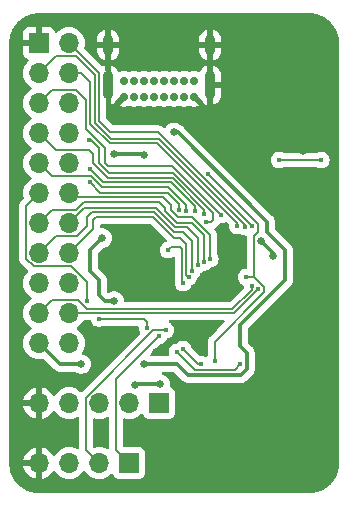
<source format=gbr>
%TF.GenerationSoftware,KiCad,Pcbnew,7.0.7*%
%TF.CreationDate,2024-08-30T14:39:58-05:00*%
%TF.ProjectId,ex4,6578342e-6b69-4636-9164-5f7063625858,rev?*%
%TF.SameCoordinates,Original*%
%TF.FileFunction,Copper,L2,Bot*%
%TF.FilePolarity,Positive*%
%FSLAX46Y46*%
G04 Gerber Fmt 4.6, Leading zero omitted, Abs format (unit mm)*
G04 Created by KiCad (PCBNEW 7.0.7) date 2024-08-30 14:39:58*
%MOMM*%
%LPD*%
G01*
G04 APERTURE LIST*
%TA.AperFunction,ComponentPad*%
%ADD10C,0.700000*%
%TD*%
%TA.AperFunction,ComponentPad*%
%ADD11O,0.900000X1.700000*%
%TD*%
%TA.AperFunction,ComponentPad*%
%ADD12O,0.900000X2.400000*%
%TD*%
%TA.AperFunction,ComponentPad*%
%ADD13R,1.700000X1.700000*%
%TD*%
%TA.AperFunction,ComponentPad*%
%ADD14O,1.700000X1.700000*%
%TD*%
%TA.AperFunction,ViaPad*%
%ADD15C,0.650000*%
%TD*%
%TA.AperFunction,ViaPad*%
%ADD16C,0.400000*%
%TD*%
%TA.AperFunction,Conductor*%
%ADD17C,0.300000*%
%TD*%
%TA.AperFunction,Conductor*%
%ADD18C,0.150000*%
%TD*%
G04 APERTURE END LIST*
D10*
%TO.P,J1,A1,GND*%
%TO.N,GND*%
X32178000Y-27396000D03*
%TO.P,J1,A4,VBUS*%
%TO.N,VBUS*%
X31328000Y-27396000D03*
%TO.P,J1,A5,CC1*%
%TO.N,unconnected-(J1-CC1-PadA5)*%
X30478000Y-27396000D03*
%TO.P,J1,A6,D+*%
%TO.N,unconnected-(J1-D+-PadA6)*%
X29628000Y-27396000D03*
%TO.P,J1,A7,D-*%
%TO.N,unconnected-(J1-D--PadA7)*%
X28778000Y-27396000D03*
%TO.P,J1,A8,SBU1*%
%TO.N,unconnected-(J1-SBU1-PadA8)*%
X27928000Y-27396000D03*
%TO.P,J1,A9,VBUS*%
%TO.N,VBUS*%
X27078000Y-27396000D03*
%TO.P,J1,A12,GND*%
%TO.N,GND*%
X26228000Y-27396000D03*
%TO.P,J1,B1,GND*%
X26228000Y-26046000D03*
%TO.P,J1,B4,VBUS*%
%TO.N,VBUS*%
X27078000Y-26046000D03*
%TO.P,J1,B5,CC2*%
%TO.N,unconnected-(J1-CC2-PadB5)*%
X27928000Y-26046000D03*
%TO.P,J1,B6,D+*%
%TO.N,unconnected-(J1-D+-PadB6)*%
X28778000Y-26046000D03*
%TO.P,J1,B7,D-*%
%TO.N,unconnected-(J1-D--PadB7)*%
X29628000Y-26046000D03*
%TO.P,J1,B8,SBU2*%
%TO.N,unconnected-(J1-SBU2-PadB8)*%
X30478000Y-26046000D03*
%TO.P,J1,B9,VBUS*%
%TO.N,VBUS*%
X31328000Y-26046000D03*
%TO.P,J1,B12,GND*%
%TO.N,GND*%
X32178000Y-26046000D03*
D11*
%TO.P,J1,S1,SHIELD*%
X24878000Y-23036000D03*
X33528000Y-23036000D03*
D12*
X24878000Y-26416000D03*
X33528000Y-26416000D03*
%TD*%
D13*
%TO.P,J4,1,Pin_1*%
%TO.N,GND*%
X19050000Y-22860000D03*
D14*
%TO.P,J4,2,Pin_2*%
%TO.N,PA0*%
X21590000Y-22860000D03*
%TO.P,J4,3,Pin_3*%
%TO.N,PA1*%
X19050000Y-25400000D03*
%TO.P,J4,4,Pin_4*%
%TO.N,PA2*%
X21590000Y-25400000D03*
%TO.P,J4,5,Pin_5*%
%TO.N,PA3*%
X19050000Y-27940000D03*
%TO.P,J4,6,Pin_6*%
%TO.N,PA4*%
X21590000Y-27940000D03*
%TO.P,J4,7,Pin_7*%
%TO.N,PA5*%
X19050000Y-30480000D03*
%TO.P,J4,8,Pin_8*%
%TO.N,PA6*%
X21590000Y-30480000D03*
%TO.P,J4,9,Pin_9*%
%TO.N,PA7*%
X19050000Y-33020000D03*
%TO.P,J4,10,Pin_10*%
%TO.N,PA8*%
X21590000Y-33020000D03*
%TO.P,J4,11,Pin_11*%
%TO.N,PA15*%
X19050000Y-35560000D03*
%TO.P,J4,12,Pin_12*%
%TO.N,PB7*%
X21590000Y-35560000D03*
%TO.P,J4,13,Pin_13*%
%TO.N,PB6*%
X19050000Y-38100000D03*
%TO.P,J4,14,Pin_14*%
%TO.N,PB5*%
X21590000Y-38100000D03*
%TO.P,J4,15,Pin_15*%
%TO.N,PB4*%
X19050000Y-40640000D03*
%TO.P,J4,16,Pin_16*%
%TO.N,PB3*%
X21590000Y-40640000D03*
%TO.P,J4,17,Pin_17*%
%TO.N,PB1*%
X19050000Y-43180000D03*
%TO.P,J4,18,Pin_18*%
%TO.N,PB0*%
X21590000Y-43180000D03*
%TO.P,J4,19,Pin_19*%
%TO.N,PC15*%
X19050000Y-45720000D03*
%TO.P,J4,20,Pin_20*%
%TO.N,PC14*%
X21590000Y-45720000D03*
%TO.P,J4,21,Pin_21*%
%TO.N,VBUS*%
X19050000Y-48260000D03*
%TO.P,J4,22,Pin_22*%
%TO.N,+3V3*%
X21590000Y-48260000D03*
%TD*%
D13*
%TO.P,J3,1,Pin_1*%
%TO.N,I2C1_SCL*%
X26670000Y-58420000D03*
D14*
%TO.P,J3,2,Pin_2*%
%TO.N,I2C1_SDA*%
X24130000Y-58420000D03*
%TO.P,J3,3,Pin_3*%
%TO.N,+3V3*%
X21590000Y-58420000D03*
%TO.P,J3,4,Pin_4*%
%TO.N,GND*%
X19050000Y-58420000D03*
%TD*%
D13*
%TO.P,J2,1,Pin_1*%
%TO.N,NRST*%
X29210000Y-53340000D03*
D14*
%TO.P,J2,2,Pin_2*%
%TO.N,SWDIO*%
X26670000Y-53340000D03*
%TO.P,J2,3,Pin_3*%
%TO.N,SWCLK*%
X24130000Y-53340000D03*
%TO.P,J2,4,Pin_4*%
%TO.N,+3V3*%
X21590000Y-53340000D03*
%TO.P,J2,5,Pin_5*%
%TO.N,GND*%
X19050000Y-53340000D03*
%TD*%
D15*
%TO.N,GND*%
X26162000Y-29210000D03*
X27940000Y-29210000D03*
%TO.N,VBUS*%
X30460000Y-30420000D03*
%TO.N,GND*%
X41402000Y-32004000D03*
X40132000Y-36830000D03*
X27686000Y-42904500D03*
X39878000Y-51816000D03*
X28956000Y-49022000D03*
X33782000Y-46736000D03*
X35306000Y-41402000D03*
X32004000Y-44196000D03*
X28448000Y-40386000D03*
X26670000Y-47498000D03*
X22606000Y-51562000D03*
X19050000Y-55880000D03*
X24130000Y-55880000D03*
X31750000Y-53086000D03*
X40132000Y-45974000D03*
X41402000Y-38100000D03*
X37592000Y-34036000D03*
D16*
%TO.N,BOOT0*%
X42926000Y-32766000D03*
X39370000Y-32766000D03*
D15*
%TO.N,VBUS*%
X22606000Y-50038000D03*
X27940000Y-50038000D03*
D16*
%TO.N,NRST*%
X33355523Y-33954477D03*
D15*
%TO.N,+3V3*%
X25400000Y-44704000D03*
X24384000Y-39370000D03*
X37817623Y-39594691D03*
X38862000Y-40894000D03*
D16*
%TO.N,NRST*%
X36576000Y-42672000D03*
X33895860Y-49750500D03*
%TO.N,PA8*%
X31242000Y-43180000D03*
%TO.N,PB3*%
X31735894Y-42700212D03*
%TO.N,PB4*%
X32004000Y-42164000D03*
%TO.N,PB5*%
X32455576Y-41684212D03*
%TO.N,PB6*%
X32991788Y-41416106D03*
%TO.N,PA15*%
X23116523Y-44701477D03*
X24130000Y-46194500D03*
X28194000Y-46990000D03*
X36084392Y-50021608D03*
X30705788Y-49036106D03*
%TO.N,PB7*%
X33528000Y-41148000D03*
%TO.N,PA8*%
X23324227Y-34663273D03*
X30902149Y-37001879D03*
X29961842Y-40386000D03*
%TO.N,PA7*%
X31496000Y-37084000D03*
%TO.N,PA6*%
X23368000Y-33528000D03*
X32258000Y-37084000D03*
%TO.N,PA5*%
X33020000Y-37338000D03*
%TO.N,PA4*%
X23286477Y-31069523D03*
X33192477Y-38018477D03*
%TO.N,PA3*%
X34468990Y-37413010D03*
%TO.N,PA2*%
X35814000Y-38354000D03*
%TO.N,PA1*%
X36490149Y-38436121D03*
%TO.N,PA0*%
X37084000Y-38354000D03*
%TO.N,USER_LED_1*%
X32766000Y-50038000D03*
X31242000Y-48768000D03*
D15*
%TO.N,SWCLK*%
X27178000Y-51816000D03*
D16*
%TO.N,I2C1_SCL*%
X29210000Y-47637928D03*
%TO.N,I2C1_SDA*%
X29788561Y-47163428D03*
D15*
%TO.N,VBUS*%
X27960000Y-32345000D03*
X25400000Y-32258000D03*
D16*
%TO.N,PC15*%
X37055788Y-43419894D03*
%TO.N,PC14*%
X37592000Y-43688000D03*
D15*
%TO.N,SWCLK*%
X29305944Y-51728500D03*
%TD*%
D17*
%TO.N,VBUS*%
X30794000Y-30420000D02*
X30460000Y-30420000D01*
X38354000Y-37980000D02*
X30794000Y-30420000D01*
X38354000Y-38862000D02*
X38354000Y-37980000D01*
X39878000Y-40386000D02*
X38354000Y-38862000D01*
X36068000Y-46736000D02*
X39878000Y-42926000D01*
X36068000Y-48514000D02*
X36068000Y-46736000D01*
X36151000Y-50971000D02*
X36634392Y-50487608D01*
X39878000Y-42926000D02*
X39878000Y-40386000D01*
X31667000Y-50971000D02*
X36151000Y-50971000D01*
X27940000Y-50038000D02*
X30734000Y-50038000D01*
X30734000Y-50038000D02*
X31667000Y-50971000D01*
X36634392Y-50487608D02*
X36634392Y-49080392D01*
X36634392Y-49080392D02*
X36068000Y-48514000D01*
D18*
%TO.N,BOOT0*%
X39370000Y-32766000D02*
X42926000Y-32766000D01*
D17*
%TO.N,VBUS*%
X20828000Y-50038000D02*
X19050000Y-48260000D01*
X22606000Y-50038000D02*
X20828000Y-50038000D01*
D18*
%TO.N,NRST*%
X37592000Y-38862000D02*
X37592000Y-38190954D01*
X37592000Y-38190954D02*
X33355523Y-33954477D01*
X37217623Y-42641871D02*
X37217623Y-39236377D01*
X37247752Y-42672000D02*
X37217623Y-42641871D01*
X37217623Y-39236377D02*
X37592000Y-38862000D01*
D17*
%TO.N,+3V3*%
X24638000Y-44704000D02*
X25400000Y-44704000D01*
X24130000Y-44196000D02*
X24638000Y-44704000D01*
X23368000Y-42164000D02*
X24130000Y-42926000D01*
X24384000Y-39370000D02*
X23368000Y-40386000D01*
X24130000Y-42926000D02*
X24130000Y-44196000D01*
X23368000Y-40386000D02*
X23368000Y-42164000D01*
X38862000Y-40639068D02*
X37817623Y-39594691D01*
X38862000Y-40894000D02*
X38862000Y-40639068D01*
D18*
%TO.N,NRST*%
X37247752Y-42672000D02*
X36576000Y-42672000D01*
X38100000Y-43524248D02*
X37247752Y-42672000D01*
X33895860Y-48146140D02*
X38100000Y-43942000D01*
X33895860Y-49750500D02*
X33895860Y-48146140D01*
X38100000Y-43942000D02*
X38100000Y-43524248D01*
%TO.N,PA8*%
X30215842Y-40132000D02*
X29961842Y-40386000D01*
X30988000Y-40132000D02*
X30215842Y-40132000D01*
X31146000Y-40290000D02*
X30988000Y-40132000D01*
X31146000Y-43084000D02*
X31146000Y-40290000D01*
X31242000Y-43180000D02*
X31146000Y-43084000D01*
%TO.N,PB3*%
X23622000Y-38608000D02*
X21590000Y-40640000D01*
X23622000Y-37846000D02*
X23622000Y-38608000D01*
X23876000Y-37592000D02*
X23622000Y-37846000D01*
X28702000Y-37592000D02*
X23876000Y-37592000D01*
X30480000Y-39370000D02*
X28702000Y-37592000D01*
X30988000Y-39370000D02*
X30480000Y-39370000D01*
X31496000Y-39878000D02*
X30988000Y-39370000D01*
X31496000Y-42460318D02*
X31496000Y-39878000D01*
X31735894Y-42700212D02*
X31496000Y-42460318D01*
%TO.N,PB4*%
X31980576Y-42140576D02*
X32004000Y-42164000D01*
X32004000Y-40386000D02*
X31980576Y-40409424D01*
X32004000Y-39624000D02*
X32004000Y-40386000D01*
X30480000Y-38862000D02*
X31242000Y-38862000D01*
X31242000Y-38862000D02*
X32004000Y-39624000D01*
X30226000Y-38608000D02*
X30480000Y-38862000D01*
X24130000Y-37180000D02*
X28798000Y-37180000D01*
X23114000Y-37592000D02*
X23526000Y-37180000D01*
X23114000Y-38354000D02*
X23114000Y-37592000D01*
X22243000Y-39225000D02*
X23114000Y-38354000D01*
X28798000Y-37180000D02*
X30226000Y-38608000D01*
X20465000Y-39225000D02*
X22243000Y-39225000D01*
X31980576Y-40409424D02*
X31980576Y-42140576D01*
X19050000Y-40640000D02*
X20465000Y-39225000D01*
X23526000Y-37180000D02*
X24130000Y-37180000D01*
%TO.N,PB5*%
X22860000Y-36830000D02*
X21590000Y-38100000D01*
X30576000Y-38450000D02*
X28956000Y-36830000D01*
X31592000Y-38450000D02*
X30576000Y-38450000D01*
X32512000Y-39370000D02*
X31592000Y-38450000D01*
X32512000Y-41627788D02*
X32512000Y-39370000D01*
X28956000Y-36830000D02*
X22860000Y-36830000D01*
X32455576Y-41684212D02*
X32512000Y-41627788D01*
%TO.N,PB6*%
X32991788Y-39087788D02*
X32991788Y-41416106D01*
X32004000Y-38100000D02*
X32991788Y-39087788D01*
X30734000Y-38100000D02*
X32004000Y-38100000D01*
X29210000Y-36322000D02*
X29718000Y-36830000D01*
X22207000Y-36975000D02*
X22860000Y-36322000D01*
X20175000Y-36975000D02*
X22207000Y-36975000D01*
X29055543Y-36322000D02*
X29210000Y-36322000D01*
X29718000Y-37084000D02*
X30480000Y-37846000D01*
X22860000Y-36322000D02*
X29055543Y-36322000D01*
X19050000Y-38100000D02*
X20175000Y-36975000D01*
X29718000Y-36830000D02*
X29718000Y-37084000D01*
X30480000Y-37846000D02*
X30734000Y-38100000D01*
%TO.N,PA15*%
X17925000Y-36685000D02*
X19050000Y-35560000D01*
X18584009Y-41765000D02*
X17925000Y-41105991D01*
X23116523Y-43115532D02*
X21765991Y-41765000D01*
X21765991Y-41765000D02*
X18584009Y-41765000D01*
X23116523Y-44701477D02*
X23116523Y-43115532D01*
X17925000Y-41105991D02*
X17925000Y-36685000D01*
X24163500Y-46228000D02*
X24130000Y-46194500D01*
X28194000Y-46482000D02*
X27940000Y-46228000D01*
X28194000Y-46990000D02*
X28194000Y-46482000D01*
X27940000Y-46228000D02*
X24163500Y-46228000D01*
X30719894Y-49036106D02*
X30705788Y-49036106D01*
X30734000Y-49022000D02*
X30719894Y-49036106D01*
X32258000Y-50546000D02*
X30734000Y-49022000D01*
X32766000Y-50546000D02*
X32258000Y-50546000D01*
X32799000Y-50513000D02*
X32766000Y-50546000D01*
X36084392Y-50021608D02*
X35593000Y-50513000D01*
X35593000Y-50513000D02*
X32799000Y-50513000D01*
%TO.N,PB7*%
X21940000Y-35910000D02*
X21590000Y-35560000D01*
X29560000Y-35910000D02*
X21940000Y-35910000D01*
X30226000Y-36576000D02*
X29560000Y-35910000D01*
X30226000Y-36997482D02*
X30226000Y-36576000D01*
X30820518Y-37592000D02*
X30226000Y-36997482D01*
X32004000Y-37592000D02*
X30820518Y-37592000D01*
X33528000Y-39116000D02*
X32004000Y-37592000D01*
X33528000Y-41148000D02*
X33528000Y-39116000D01*
%TO.N,PA8*%
X24220954Y-35560000D02*
X23324227Y-34663273D01*
X29972000Y-35560000D02*
X24220954Y-35560000D01*
X30902149Y-36490149D02*
X29972000Y-35560000D01*
X30902149Y-37001879D02*
X30902149Y-36490149D01*
%TO.N,PA7*%
X23477000Y-34145000D02*
X20175000Y-34145000D01*
X24384000Y-35052000D02*
X23477000Y-34145000D01*
X29972000Y-35052000D02*
X24384000Y-35052000D01*
X31496000Y-36576000D02*
X29972000Y-35052000D01*
X31496000Y-37084000D02*
X31496000Y-36576000D01*
X20175000Y-34145000D02*
X19050000Y-33020000D01*
%TO.N,PA6*%
X24480000Y-34640000D02*
X23368000Y-33528000D01*
X25400000Y-34640000D02*
X24480000Y-34640000D01*
X30211058Y-34640000D02*
X25400000Y-34640000D01*
X32258000Y-36686942D02*
X30678529Y-35107471D01*
X32258000Y-37084000D02*
X32258000Y-36686942D01*
X30678529Y-35107471D02*
X30211058Y-34640000D01*
%TO.N,PA5*%
X20465000Y-31895000D02*
X19050000Y-30480000D01*
X23259000Y-31895000D02*
X20465000Y-31895000D01*
X23622000Y-32258000D02*
X23259000Y-31895000D01*
X23622000Y-32993948D02*
X23622000Y-32258000D01*
X24918052Y-34290000D02*
X23622000Y-32993948D01*
X33020000Y-36953968D02*
X30356032Y-34290000D01*
X33020000Y-37338000D02*
X33020000Y-36953968D01*
X30356032Y-34290000D02*
X24918052Y-34290000D01*
%TO.N,PA4*%
X23449523Y-31069523D02*
X23286477Y-31069523D01*
X24130000Y-31750000D02*
X23449523Y-31069523D01*
X24130000Y-33006974D02*
X24130000Y-31750000D01*
X24973523Y-33850497D02*
X24130000Y-33006974D01*
X30411503Y-33850497D02*
X24973523Y-33850497D01*
X33782000Y-37220994D02*
X30411503Y-33850497D01*
X33782000Y-37846000D02*
X33782000Y-37220994D01*
X33609523Y-38018477D02*
X33782000Y-37846000D01*
X33192477Y-38018477D02*
X33609523Y-38018477D01*
%TO.N,PA3*%
X30329980Y-33274000D02*
X34468990Y-37413010D01*
X25146000Y-33274000D02*
X30329980Y-33274000D01*
X24892000Y-33274000D02*
X25146000Y-33274000D01*
X24130000Y-31242000D02*
X24638000Y-31750000D01*
X23018000Y-30130000D02*
X24130000Y-31242000D01*
X24638000Y-33020000D02*
X24892000Y-33274000D01*
X22147000Y-26815000D02*
X23018000Y-27686000D01*
X23018000Y-27686000D02*
X23018000Y-30130000D01*
X20175000Y-26815000D02*
X22147000Y-26815000D01*
X24638000Y-31750000D02*
X24638000Y-33020000D01*
X19050000Y-27940000D02*
X20175000Y-26815000D01*
%TO.N,PA2*%
X22606000Y-25400000D02*
X21590000Y-25400000D01*
X23368000Y-26162000D02*
X22606000Y-25400000D01*
X23368000Y-29691949D02*
X23368000Y-26162000D01*
X25014051Y-31338000D02*
X23368000Y-29691949D01*
X29065026Y-31338000D02*
X25014051Y-31338000D01*
X35814000Y-38086974D02*
X29065026Y-31338000D01*
X35814000Y-38354000D02*
X35814000Y-38086974D01*
%TO.N,PA1*%
X29210000Y-30988000D02*
X36490149Y-38268149D01*
X36490149Y-38268149D02*
X36490149Y-38436121D01*
X23780000Y-25558000D02*
X23780000Y-29608975D01*
X22207000Y-23985000D02*
X23780000Y-25558000D01*
X25159025Y-30988000D02*
X29210000Y-30988000D01*
X20465000Y-23985000D02*
X22207000Y-23985000D01*
X23780000Y-29608975D02*
X25159025Y-30988000D01*
X19050000Y-25400000D02*
X20465000Y-23985000D01*
%TO.N,PA0*%
X24130000Y-25400000D02*
X21590000Y-22860000D01*
X25076000Y-30410000D02*
X24130000Y-29464000D01*
X24130000Y-29464000D02*
X24130000Y-25400000D01*
X29140000Y-30410000D02*
X25076000Y-30410000D01*
X37084000Y-38354000D02*
X29140000Y-30410000D01*
%TO.N,USER_LED_1*%
X32512000Y-50038000D02*
X32766000Y-50038000D01*
X31242000Y-48768000D02*
X32512000Y-50038000D01*
%TO.N,I2C1_SCL*%
X25545000Y-57295000D02*
X26670000Y-58420000D01*
X29210000Y-47637928D02*
X25545000Y-51302928D01*
X25545000Y-51302928D02*
X25545000Y-57295000D01*
D17*
%TO.N,SWCLK*%
X27265500Y-51728500D02*
X27178000Y-51816000D01*
X29305944Y-51728500D02*
X27265500Y-51728500D01*
D18*
%TO.N,I2C1_SDA*%
X28715581Y-47163428D02*
X23005000Y-52874009D01*
X23005000Y-57295000D02*
X24130000Y-58420000D01*
X29788561Y-47163428D02*
X28715581Y-47163428D01*
X23005000Y-52874009D02*
X23005000Y-57295000D01*
D17*
%TO.N,VBUS*%
X27873000Y-32258000D02*
X27960000Y-32345000D01*
X25400000Y-32258000D02*
X27873000Y-32258000D01*
D18*
%TO.N,PC15*%
X20175000Y-44595000D02*
X19050000Y-45720000D01*
X22339000Y-44595000D02*
X20175000Y-44595000D01*
X23114000Y-45370000D02*
X22339000Y-44595000D01*
X37055788Y-43729238D02*
X35415026Y-45370000D01*
X37055788Y-43419894D02*
X37055788Y-43729238D01*
X35415026Y-45370000D02*
X23114000Y-45370000D01*
%TO.N,PC14*%
X35560000Y-45720000D02*
X21590000Y-45720000D01*
X37592000Y-43688000D02*
X35560000Y-45720000D01*
%TD*%
%TA.AperFunction,Conductor*%
%TO.N,GND*%
G36*
X24925957Y-54538934D02*
G01*
X24964196Y-54597410D01*
X24969500Y-54633288D01*
X24969500Y-57126712D01*
X24949815Y-57193751D01*
X24897011Y-57239506D01*
X24827853Y-57249450D01*
X24793095Y-57239094D01*
X24593663Y-57146097D01*
X24593659Y-57146096D01*
X24593655Y-57146094D01*
X24365413Y-57084938D01*
X24365403Y-57084936D01*
X24130001Y-57064341D01*
X24129999Y-57064341D01*
X23894591Y-57084937D01*
X23738357Y-57126798D01*
X23668507Y-57125135D01*
X23618584Y-57094704D01*
X23616819Y-57092939D01*
X23583334Y-57031616D01*
X23580500Y-57005258D01*
X23580500Y-54752503D01*
X23600185Y-54685464D01*
X23652989Y-54639709D01*
X23722147Y-54629765D01*
X23736593Y-54632728D01*
X23740583Y-54633797D01*
X23894592Y-54675063D01*
X24071034Y-54690500D01*
X24129999Y-54695659D01*
X24130000Y-54695659D01*
X24130001Y-54695659D01*
X24188966Y-54690500D01*
X24365408Y-54675063D01*
X24593663Y-54613903D01*
X24793095Y-54520905D01*
X24862173Y-54510414D01*
X24925957Y-54538934D01*
G37*
%TD.AperFunction*%
%TA.AperFunction,Conductor*%
G36*
X34700297Y-46315185D02*
G01*
X34746052Y-46367989D01*
X34755996Y-46437147D01*
X34726971Y-46500703D01*
X34720941Y-46507178D01*
X34069250Y-47158869D01*
X33518468Y-47709651D01*
X33512367Y-47715001D01*
X33485410Y-47735688D01*
X33485409Y-47735689D01*
X33479657Y-47743183D01*
X33461409Y-47766964D01*
X33461393Y-47766985D01*
X33438866Y-47796344D01*
X33430843Y-47806800D01*
X33398929Y-47848392D01*
X33393160Y-47855910D01*
X33335173Y-47995903D01*
X33335173Y-47995904D01*
X33320698Y-48105857D01*
X33319817Y-48112546D01*
X33319815Y-48112559D01*
X33315395Y-48146140D01*
X33319829Y-48179818D01*
X33320360Y-48187920D01*
X33320360Y-49312480D01*
X33300675Y-49379519D01*
X33298410Y-49382920D01*
X33288159Y-49397771D01*
X33233876Y-49441762D01*
X33164427Y-49449421D01*
X33128483Y-49437128D01*
X33016223Y-49378209D01*
X32851056Y-49337500D01*
X32680944Y-49337500D01*
X32676742Y-49337500D01*
X32609703Y-49317815D01*
X32589061Y-49301181D01*
X31962943Y-48675063D01*
X31929458Y-48613740D01*
X31927529Y-48602335D01*
X31927140Y-48599128D01*
X31866818Y-48440070D01*
X31770183Y-48300071D01*
X31649540Y-48193191D01*
X31642849Y-48187263D01*
X31492226Y-48108210D01*
X31327056Y-48067500D01*
X31156944Y-48067500D01*
X30991773Y-48108210D01*
X30841150Y-48187263D01*
X30708906Y-48304422D01*
X30645673Y-48334143D01*
X30626679Y-48335606D01*
X30620732Y-48335606D01*
X30455561Y-48376316D01*
X30304938Y-48455369D01*
X30177604Y-48568178D01*
X30080970Y-48708174D01*
X30020648Y-48867231D01*
X30020647Y-48867236D01*
X30000143Y-49036106D01*
X30020647Y-49204975D01*
X30020648Y-49204979D01*
X30026167Y-49219531D01*
X30031533Y-49289195D01*
X29998384Y-49350700D01*
X29937245Y-49384520D01*
X29910224Y-49387500D01*
X28573669Y-49387500D01*
X28506630Y-49367815D01*
X28460875Y-49315011D01*
X28450931Y-49245853D01*
X28479956Y-49182297D01*
X28485988Y-49175819D01*
X28887412Y-48774395D01*
X29308202Y-48353604D01*
X29366204Y-48320891D01*
X29460225Y-48297718D01*
X29610852Y-48218662D01*
X29738183Y-48105857D01*
X29834818Y-47965858D01*
X29850381Y-47924819D01*
X29892558Y-47869117D01*
X29936648Y-47848392D01*
X30038786Y-47823218D01*
X30145968Y-47766964D01*
X30189410Y-47744164D01*
X30189411Y-47744162D01*
X30189413Y-47744162D01*
X30316744Y-47631357D01*
X30413379Y-47491358D01*
X30473701Y-47332300D01*
X30494206Y-47163428D01*
X30473701Y-46994556D01*
X30413379Y-46835498D01*
X30316744Y-46695499D01*
X30221877Y-46611454D01*
X30189410Y-46582691D01*
X30087674Y-46529296D01*
X30037461Y-46480711D01*
X30021487Y-46412692D01*
X30044822Y-46346835D01*
X30100059Y-46304048D01*
X30145300Y-46295500D01*
X34633258Y-46295500D01*
X34700297Y-46315185D01*
G37*
%TD.AperFunction*%
%TA.AperFunction,Conductor*%
G36*
X34946909Y-38035160D02*
G01*
X34958655Y-38045509D01*
X35082855Y-38169709D01*
X35116340Y-38231032D01*
X35118270Y-38272335D01*
X35108355Y-38353998D01*
X35108355Y-38353999D01*
X35128859Y-38522869D01*
X35128860Y-38522874D01*
X35189182Y-38681931D01*
X35205485Y-38705549D01*
X35285817Y-38821929D01*
X35353749Y-38882111D01*
X35413150Y-38934736D01*
X35550201Y-39006666D01*
X35563775Y-39013790D01*
X35728944Y-39054500D01*
X35899056Y-39054500D01*
X36031653Y-39021818D01*
X36101452Y-39024887D01*
X36118951Y-39032419D01*
X36210260Y-39080342D01*
X36239924Y-39095911D01*
X36405093Y-39136621D01*
X36515280Y-39136621D01*
X36582319Y-39156306D01*
X36628074Y-39209110D01*
X36638219Y-39244436D01*
X36641592Y-39270056D01*
X36642123Y-39278157D01*
X36642123Y-41847500D01*
X36622438Y-41914539D01*
X36569634Y-41960294D01*
X36518123Y-41971500D01*
X36490944Y-41971500D01*
X36325773Y-42012210D01*
X36175150Y-42091263D01*
X36047816Y-42204072D01*
X35951182Y-42344068D01*
X35890860Y-42503125D01*
X35890859Y-42503130D01*
X35870355Y-42672000D01*
X35890859Y-42840869D01*
X35890860Y-42840874D01*
X35951182Y-42999931D01*
X35959170Y-43011503D01*
X36047817Y-43139929D01*
X36175148Y-43252734D01*
X36283771Y-43309744D01*
X36333981Y-43358327D01*
X36348301Y-43412562D01*
X36349239Y-43412449D01*
X36350063Y-43419236D01*
X36350143Y-43419539D01*
X36350143Y-43419894D01*
X36364640Y-43539292D01*
X36353179Y-43608215D01*
X36329225Y-43641919D01*
X35212965Y-44758181D01*
X35151642Y-44791666D01*
X35125284Y-44794500D01*
X26351209Y-44794500D01*
X26284170Y-44774815D01*
X26238415Y-44722011D01*
X26227888Y-44683462D01*
X26211908Y-44531424D01*
X26158286Y-44366389D01*
X26071522Y-44216111D01*
X25955410Y-44087155D01*
X25867570Y-44023335D01*
X25815023Y-43985157D01*
X25656504Y-43914579D01*
X25656498Y-43914577D01*
X25496173Y-43880500D01*
X25486764Y-43878500D01*
X25313236Y-43878500D01*
X25303827Y-43880500D01*
X25143501Y-43914577D01*
X25143496Y-43914579D01*
X24984974Y-43985159D01*
X24979349Y-43988407D01*
X24978547Y-43987018D01*
X24920330Y-44007774D01*
X24852280Y-43991931D01*
X24825601Y-43971655D01*
X24816819Y-43962873D01*
X24783334Y-43901550D01*
X24780500Y-43875192D01*
X24780500Y-43011503D01*
X24782268Y-42995491D01*
X24782026Y-42995469D01*
X24782760Y-42987706D01*
X24780500Y-42915782D01*
X24780500Y-42885078D01*
X24780500Y-42885075D01*
X24779579Y-42877792D01*
X24779123Y-42871987D01*
X24779032Y-42869080D01*
X24777598Y-42823431D01*
X24771676Y-42803050D01*
X24767731Y-42783995D01*
X24765072Y-42762949D01*
X24765071Y-42762948D01*
X24765071Y-42762942D01*
X24747189Y-42717779D01*
X24745300Y-42712259D01*
X24739667Y-42692872D01*
X24731745Y-42665602D01*
X24726394Y-42656554D01*
X24720936Y-42647324D01*
X24712378Y-42629855D01*
X24704568Y-42610129D01*
X24676006Y-42570818D01*
X24672818Y-42565964D01*
X24648081Y-42524135D01*
X24633075Y-42509129D01*
X24620435Y-42494330D01*
X24618691Y-42491930D01*
X24607963Y-42477163D01*
X24607961Y-42477160D01*
X24570528Y-42446194D01*
X24566206Y-42442260D01*
X24054819Y-41930873D01*
X24021334Y-41869550D01*
X24018500Y-41843192D01*
X24018500Y-40706807D01*
X24038185Y-40639768D01*
X24054815Y-40619130D01*
X24454548Y-40219396D01*
X24515869Y-40185913D01*
X24516057Y-40185872D01*
X24640499Y-40159422D01*
X24799024Y-40088842D01*
X24939410Y-39986845D01*
X25055522Y-39857889D01*
X25142286Y-39707611D01*
X25195908Y-39542576D01*
X25214047Y-39370000D01*
X25195908Y-39197424D01*
X25142286Y-39032389D01*
X25055522Y-38882111D01*
X24939410Y-38753155D01*
X24799024Y-38651158D01*
X24799023Y-38651157D01*
X24640504Y-38580579D01*
X24640498Y-38580577D01*
X24506841Y-38552168D01*
X24470764Y-38544500D01*
X24321500Y-38544500D01*
X24254461Y-38524815D01*
X24208706Y-38472011D01*
X24197500Y-38420500D01*
X24197500Y-38291500D01*
X24217185Y-38224461D01*
X24269989Y-38178706D01*
X24321500Y-38167500D01*
X28412258Y-38167500D01*
X28479297Y-38187185D01*
X28499939Y-38203819D01*
X29805426Y-39509306D01*
X29838911Y-39570629D01*
X29833927Y-39640321D01*
X29792055Y-39696254D01*
X29747423Y-39717383D01*
X29711618Y-39726209D01*
X29711616Y-39726209D01*
X29560992Y-39805263D01*
X29433658Y-39918072D01*
X29337024Y-40058068D01*
X29276702Y-40217125D01*
X29276701Y-40217130D01*
X29256197Y-40385999D01*
X29276701Y-40554869D01*
X29276702Y-40554874D01*
X29337024Y-40713931D01*
X29382919Y-40780420D01*
X29433659Y-40853929D01*
X29525863Y-40935614D01*
X29560992Y-40966736D01*
X29711615Y-41045789D01*
X29711617Y-41045790D01*
X29876786Y-41086500D01*
X30046898Y-41086500D01*
X30212067Y-41045790D01*
X30291534Y-41004081D01*
X30362691Y-40966736D01*
X30362692Y-40966734D01*
X30362694Y-40966734D01*
X30364270Y-40965337D01*
X30365673Y-40964678D01*
X30368866Y-40962474D01*
X30369232Y-40963004D01*
X30427501Y-40935614D01*
X30496764Y-40944794D01*
X30550070Y-40989964D01*
X30570492Y-41056783D01*
X30570500Y-41058150D01*
X30570500Y-42952437D01*
X30562443Y-42996405D01*
X30556861Y-43011123D01*
X30556859Y-43011130D01*
X30536355Y-43180000D01*
X30556859Y-43348869D01*
X30556860Y-43348874D01*
X30617182Y-43507931D01*
X30672979Y-43588766D01*
X30713817Y-43647929D01*
X30819505Y-43741560D01*
X30841150Y-43760736D01*
X30991773Y-43839789D01*
X30991775Y-43839790D01*
X31156944Y-43880500D01*
X31327056Y-43880500D01*
X31492225Y-43839790D01*
X31571692Y-43798081D01*
X31642849Y-43760736D01*
X31642850Y-43760734D01*
X31642852Y-43760734D01*
X31770183Y-43647929D01*
X31866818Y-43507930D01*
X31893325Y-43438033D01*
X31935501Y-43382334D01*
X31979592Y-43361610D01*
X31986119Y-43360002D01*
X32136746Y-43280946D01*
X32264077Y-43168141D01*
X32360712Y-43028142D01*
X32421034Y-42869084D01*
X32434234Y-42760364D01*
X32461855Y-42696188D01*
X32475104Y-42682496D01*
X32532182Y-42631930D01*
X32532183Y-42631929D01*
X32628818Y-42491930D01*
X32663053Y-42401655D01*
X32705228Y-42345956D01*
X32721368Y-42335832D01*
X32773255Y-42308599D01*
X32856428Y-42264946D01*
X32983759Y-42152141D01*
X32983759Y-42152140D01*
X32988670Y-42147790D01*
X33051903Y-42118069D01*
X33070897Y-42116606D01*
X33076844Y-42116606D01*
X33242013Y-42075896D01*
X33321480Y-42034187D01*
X33392637Y-41996842D01*
X33392638Y-41996840D01*
X33392640Y-41996840D01*
X33519971Y-41884035D01*
X33519971Y-41884034D01*
X33524882Y-41879684D01*
X33588115Y-41849963D01*
X33607109Y-41848500D01*
X33613056Y-41848500D01*
X33778225Y-41807790D01*
X33857692Y-41766081D01*
X33928849Y-41728736D01*
X33928850Y-41728734D01*
X33928852Y-41728734D01*
X34056183Y-41615929D01*
X34152818Y-41475930D01*
X34213140Y-41316872D01*
X34233645Y-41148000D01*
X34213140Y-40979128D01*
X34208440Y-40966736D01*
X34173630Y-40874947D01*
X34152818Y-40820070D01*
X34152817Y-40820068D01*
X34125450Y-40780420D01*
X34103567Y-40714065D01*
X34103500Y-40709980D01*
X34103500Y-39157780D01*
X34104031Y-39149678D01*
X34108465Y-39115999D01*
X34105820Y-39095910D01*
X34103766Y-39080313D01*
X34103765Y-39080294D01*
X34097462Y-39032419D01*
X34088687Y-38965764D01*
X34030698Y-38825767D01*
X34002896Y-38789535D01*
X33961612Y-38735732D01*
X33961611Y-38735731D01*
X33959142Y-38732513D01*
X33938449Y-38705547D01*
X33927170Y-38696893D01*
X33885967Y-38640466D01*
X33881811Y-38570720D01*
X33916022Y-38509799D01*
X33927164Y-38500143D01*
X33989791Y-38452089D01*
X33989792Y-38452086D01*
X33997880Y-38445881D01*
X33997881Y-38445879D01*
X34019974Y-38428928D01*
X34040661Y-38401966D01*
X34046003Y-38395875D01*
X34159398Y-38282480D01*
X34165489Y-38277138D01*
X34192451Y-38256451D01*
X34209394Y-38234370D01*
X34209403Y-38234359D01*
X34215610Y-38226268D01*
X34215612Y-38226268D01*
X34266029Y-38160561D01*
X34322454Y-38119361D01*
X34379355Y-38112954D01*
X34383933Y-38113510D01*
X34383934Y-38113510D01*
X34554046Y-38113510D01*
X34719215Y-38072800D01*
X34813350Y-38023393D01*
X34881855Y-38009668D01*
X34946909Y-38035160D01*
G37*
%TD.AperFunction*%
%TA.AperFunction,Conductor*%
G36*
X41911737Y-20320598D02*
G01*
X41945041Y-20322467D01*
X42025603Y-20326992D01*
X42197691Y-20337401D01*
X42204297Y-20338160D01*
X42275907Y-20350327D01*
X42340343Y-20361277D01*
X42433462Y-20378340D01*
X42489227Y-20388560D01*
X42495198Y-20389963D01*
X42632032Y-20429384D01*
X42772850Y-20473265D01*
X42778092Y-20475164D01*
X42911420Y-20530391D01*
X43044609Y-20590334D01*
X43049147Y-20592605D01*
X43122221Y-20632991D01*
X43176422Y-20662947D01*
X43176439Y-20662956D01*
X43300935Y-20738217D01*
X43304739Y-20740711D01*
X43422726Y-20824427D01*
X43425072Y-20826176D01*
X43520416Y-20900874D01*
X43538332Y-20914910D01*
X43541409Y-20917486D01*
X43649430Y-21014018D01*
X43651957Y-21016408D01*
X43753590Y-21118041D01*
X43755980Y-21120568D01*
X43852512Y-21228589D01*
X43855088Y-21231666D01*
X43943811Y-21344912D01*
X43945571Y-21347272D01*
X44029287Y-21465259D01*
X44031781Y-21469063D01*
X44107043Y-21593560D01*
X44177393Y-21720851D01*
X44179668Y-21725398D01*
X44239609Y-21858581D01*
X44294831Y-21991899D01*
X44296744Y-21997183D01*
X44319633Y-22070634D01*
X44340631Y-22138021D01*
X44380032Y-22274790D01*
X44381440Y-22280781D01*
X44408722Y-22429656D01*
X44431835Y-22565683D01*
X44432599Y-22572330D01*
X44443012Y-22744475D01*
X44449402Y-22858263D01*
X44449500Y-22861741D01*
X44449500Y-58418258D01*
X44449402Y-58421736D01*
X44443012Y-58535524D01*
X44432599Y-58707668D01*
X44431835Y-58714315D01*
X44408722Y-58850343D01*
X44381440Y-58999217D01*
X44380032Y-59005208D01*
X44340625Y-59142001D01*
X44296744Y-59282815D01*
X44294831Y-59288099D01*
X44239609Y-59421418D01*
X44179668Y-59554600D01*
X44177394Y-59559147D01*
X44107043Y-59686439D01*
X44031781Y-59810936D01*
X44029287Y-59814739D01*
X43945571Y-59932726D01*
X43943811Y-59935086D01*
X43855088Y-60048332D01*
X43852512Y-60051409D01*
X43755980Y-60159430D01*
X43753590Y-60161957D01*
X43651957Y-60263590D01*
X43649430Y-60265980D01*
X43541409Y-60362512D01*
X43538332Y-60365088D01*
X43425086Y-60453811D01*
X43422726Y-60455571D01*
X43304739Y-60539287D01*
X43300936Y-60541781D01*
X43176439Y-60617043D01*
X43049147Y-60687394D01*
X43044600Y-60689668D01*
X42911418Y-60749609D01*
X42778099Y-60804831D01*
X42772815Y-60806744D01*
X42655231Y-60843385D01*
X42631990Y-60850627D01*
X42495208Y-60890032D01*
X42489217Y-60891440D01*
X42340343Y-60918722D01*
X42204315Y-60941835D01*
X42197668Y-60942599D01*
X42025524Y-60953012D01*
X41911736Y-60959402D01*
X41908258Y-60959500D01*
X19051742Y-60959500D01*
X19048265Y-60959402D01*
X18934475Y-60953012D01*
X18762330Y-60942599D01*
X18755683Y-60941835D01*
X18619656Y-60918722D01*
X18470781Y-60891440D01*
X18464790Y-60890032D01*
X18328021Y-60850631D01*
X18260634Y-60829633D01*
X18187183Y-60806744D01*
X18181899Y-60804831D01*
X18048581Y-60749609D01*
X17915398Y-60689668D01*
X17910851Y-60687393D01*
X17783560Y-60617043D01*
X17659063Y-60541781D01*
X17655259Y-60539287D01*
X17537272Y-60455571D01*
X17534912Y-60453811D01*
X17421666Y-60365088D01*
X17418589Y-60362512D01*
X17310568Y-60265980D01*
X17308041Y-60263590D01*
X17206408Y-60161957D01*
X17204018Y-60159430D01*
X17107486Y-60051409D01*
X17104910Y-60048332D01*
X17090874Y-60030416D01*
X17016176Y-59935072D01*
X17014427Y-59932726D01*
X16930711Y-59814739D01*
X16928217Y-59810935D01*
X16869492Y-59713793D01*
X16852956Y-59686439D01*
X16819829Y-59626501D01*
X16782605Y-59559147D01*
X16780330Y-59554600D01*
X16761308Y-59512335D01*
X16720387Y-59421411D01*
X16702191Y-59377483D01*
X16665164Y-59288092D01*
X16663265Y-59282850D01*
X16619375Y-59142001D01*
X16579963Y-59005198D01*
X16578560Y-58999227D01*
X16568340Y-58943462D01*
X16551277Y-58850343D01*
X16540327Y-58785907D01*
X16528160Y-58714297D01*
X16527401Y-58707691D01*
X16516992Y-58535603D01*
X16512626Y-58457867D01*
X16510598Y-58421736D01*
X16510500Y-58418259D01*
X16510500Y-41105989D01*
X17344535Y-41105989D01*
X17349021Y-41140074D01*
X17349023Y-41140089D01*
X17364313Y-41256226D01*
X17364314Y-41256230D01*
X17416363Y-41381888D01*
X17422301Y-41396223D01*
X17492680Y-41487944D01*
X17492689Y-41487954D01*
X17514546Y-41516439D01*
X17514547Y-41516440D01*
X17514549Y-41516442D01*
X17538053Y-41534477D01*
X17541506Y-41537127D01*
X17547609Y-41542480D01*
X18074934Y-42069805D01*
X18108419Y-42131128D01*
X18103435Y-42200820D01*
X18074936Y-42245166D01*
X18011503Y-42308599D01*
X17875965Y-42502169D01*
X17875964Y-42502171D01*
X17776098Y-42716335D01*
X17776094Y-42716344D01*
X17714938Y-42944586D01*
X17714936Y-42944596D01*
X17694341Y-43179999D01*
X17694341Y-43180000D01*
X17714936Y-43415403D01*
X17714938Y-43415413D01*
X17776094Y-43643655D01*
X17776096Y-43643659D01*
X17776097Y-43643663D01*
X17830689Y-43760736D01*
X17875965Y-43857830D01*
X17875967Y-43857834D01*
X18011501Y-44051395D01*
X18011506Y-44051402D01*
X18178597Y-44218493D01*
X18178603Y-44218498D01*
X18364158Y-44348425D01*
X18407783Y-44403002D01*
X18414977Y-44472500D01*
X18383454Y-44534855D01*
X18364158Y-44551575D01*
X18178597Y-44681505D01*
X18011505Y-44848597D01*
X17875965Y-45042169D01*
X17875964Y-45042171D01*
X17776098Y-45256335D01*
X17776094Y-45256344D01*
X17714938Y-45484586D01*
X17714936Y-45484596D01*
X17694341Y-45719999D01*
X17694341Y-45720000D01*
X17714936Y-45955403D01*
X17714938Y-45955413D01*
X17776094Y-46183655D01*
X17776096Y-46183659D01*
X17776097Y-46183663D01*
X17780000Y-46192032D01*
X17875965Y-46397830D01*
X17875967Y-46397834D01*
X17984281Y-46552521D01*
X18011501Y-46591396D01*
X18011506Y-46591402D01*
X18178597Y-46758493D01*
X18178603Y-46758498D01*
X18364158Y-46888425D01*
X18407783Y-46943002D01*
X18414977Y-47012500D01*
X18383454Y-47074855D01*
X18364158Y-47091575D01*
X18178597Y-47221505D01*
X18011505Y-47388597D01*
X17875965Y-47582169D01*
X17875964Y-47582171D01*
X17776098Y-47796335D01*
X17776094Y-47796344D01*
X17714938Y-48024586D01*
X17714936Y-48024596D01*
X17694341Y-48259999D01*
X17694341Y-48260000D01*
X17714936Y-48495403D01*
X17714938Y-48495413D01*
X17776094Y-48723655D01*
X17776096Y-48723659D01*
X17776097Y-48723663D01*
X17843948Y-48869170D01*
X17875965Y-48937830D01*
X17875967Y-48937834D01*
X17968642Y-49070187D01*
X18011505Y-49131401D01*
X18178599Y-49298495D01*
X18253757Y-49351121D01*
X18372165Y-49434032D01*
X18372167Y-49434033D01*
X18372170Y-49434035D01*
X18586337Y-49533903D01*
X18814592Y-49595063D01*
X19002918Y-49611539D01*
X19049999Y-49615659D01*
X19050000Y-49615659D01*
X19050001Y-49615659D01*
X19089234Y-49612226D01*
X19285408Y-49595063D01*
X19357989Y-49575615D01*
X19427839Y-49577278D01*
X19477763Y-49607709D01*
X20307564Y-50437510D01*
X20317635Y-50450080D01*
X20317822Y-50449926D01*
X20322796Y-50455937D01*
X20322798Y-50455940D01*
X20351345Y-50482748D01*
X20375243Y-50505190D01*
X20396966Y-50526912D01*
X20402758Y-50531405D01*
X20407198Y-50535198D01*
X20421398Y-50548532D01*
X20442607Y-50568448D01*
X20461198Y-50578668D01*
X20477463Y-50589352D01*
X20494234Y-50602361D01*
X20494237Y-50602363D01*
X20538827Y-50621658D01*
X20544056Y-50624220D01*
X20586632Y-50647627D01*
X20607193Y-50652905D01*
X20625597Y-50659207D01*
X20645074Y-50667636D01*
X20682927Y-50673630D01*
X20693054Y-50675235D01*
X20698764Y-50676417D01*
X20745823Y-50688500D01*
X20767045Y-50688500D01*
X20786442Y-50690026D01*
X20807405Y-50693347D01*
X20855772Y-50688774D01*
X20861609Y-50688500D01*
X22056621Y-50688500D01*
X22123660Y-50708185D01*
X22129506Y-50712182D01*
X22190971Y-50756839D01*
X22190972Y-50756839D01*
X22190976Y-50756842D01*
X22285819Y-50799069D01*
X22349495Y-50827420D01*
X22349501Y-50827422D01*
X22519236Y-50863500D01*
X22519237Y-50863500D01*
X22692762Y-50863500D01*
X22692764Y-50863500D01*
X22862499Y-50827422D01*
X22862501Y-50827420D01*
X22862504Y-50827420D01*
X22915899Y-50803646D01*
X23021024Y-50756842D01*
X23161410Y-50654845D01*
X23277522Y-50525889D01*
X23364286Y-50375611D01*
X23417908Y-50210576D01*
X23436047Y-50038000D01*
X23417908Y-49865424D01*
X23364286Y-49700389D01*
X23277522Y-49550111D01*
X23173005Y-49434032D01*
X23161411Y-49421156D01*
X23110986Y-49384520D01*
X23061392Y-49348487D01*
X23021023Y-49319157D01*
X22862504Y-49248579D01*
X22862498Y-49248577D01*
X22770641Y-49229053D01*
X22709159Y-49195861D01*
X22675383Y-49134698D01*
X22680035Y-49064983D01*
X22694848Y-49036639D01*
X22697953Y-49032205D01*
X22764035Y-48937830D01*
X22863903Y-48723663D01*
X22925063Y-48495408D01*
X22945659Y-48260000D01*
X22925063Y-48024592D01*
X22863903Y-47796337D01*
X22764035Y-47582171D01*
X22758425Y-47574158D01*
X22628494Y-47388597D01*
X22461402Y-47221506D01*
X22461396Y-47221501D01*
X22275842Y-47091575D01*
X22232217Y-47036998D01*
X22225023Y-46967500D01*
X22256546Y-46905145D01*
X22275842Y-46888425D01*
X22437495Y-46775234D01*
X22461401Y-46758495D01*
X22628495Y-46591401D01*
X22764035Y-46397830D01*
X22778367Y-46367093D01*
X22824540Y-46314656D01*
X22890749Y-46295500D01*
X23333529Y-46295500D01*
X23400568Y-46315185D01*
X23446323Y-46367989D01*
X23449471Y-46375530D01*
X23505181Y-46522428D01*
X23505182Y-46522431D01*
X23552790Y-46591402D01*
X23601817Y-46662429D01*
X23639147Y-46695500D01*
X23729150Y-46775236D01*
X23843966Y-46835496D01*
X23879775Y-46854290D01*
X24044944Y-46895000D01*
X24215056Y-46895000D01*
X24380225Y-46854290D01*
X24449933Y-46817703D01*
X24507559Y-46803500D01*
X27371033Y-46803500D01*
X27438072Y-46823185D01*
X27483827Y-46875989D01*
X27494129Y-46942446D01*
X27488383Y-46989768D01*
X27488355Y-46990000D01*
X27490231Y-47005446D01*
X27508859Y-47158869D01*
X27508860Y-47158874D01*
X27569182Y-47317931D01*
X27583174Y-47338201D01*
X27605057Y-47404555D01*
X27587592Y-47472207D01*
X27568805Y-47496322D01*
X22700193Y-52364935D01*
X22638870Y-52398420D01*
X22569178Y-52393436D01*
X22524831Y-52364935D01*
X22461402Y-52301506D01*
X22461395Y-52301501D01*
X22267834Y-52165967D01*
X22267830Y-52165965D01*
X22267828Y-52165964D01*
X22053663Y-52066097D01*
X22053659Y-52066096D01*
X22053655Y-52066094D01*
X21825413Y-52004938D01*
X21825403Y-52004936D01*
X21590001Y-51984341D01*
X21589999Y-51984341D01*
X21354596Y-52004936D01*
X21354586Y-52004938D01*
X21126344Y-52066094D01*
X21126335Y-52066098D01*
X20912171Y-52165964D01*
X20912169Y-52165965D01*
X20718597Y-52301505D01*
X20551508Y-52468594D01*
X20421269Y-52654595D01*
X20366692Y-52698219D01*
X20297193Y-52705412D01*
X20234839Y-52673890D01*
X20218119Y-52654594D01*
X20088113Y-52468926D01*
X20088108Y-52468920D01*
X19921082Y-52301894D01*
X19727578Y-52166399D01*
X19513492Y-52066570D01*
X19513486Y-52066567D01*
X19300000Y-52009364D01*
X19300000Y-52727698D01*
X19280315Y-52794737D01*
X19227511Y-52840492D01*
X19158355Y-52850436D01*
X19085766Y-52840000D01*
X19085763Y-52840000D01*
X19014237Y-52840000D01*
X19014233Y-52840000D01*
X18941645Y-52850436D01*
X18872487Y-52840492D01*
X18819684Y-52794736D01*
X18800000Y-52727698D01*
X18800000Y-52009364D01*
X18799999Y-52009364D01*
X18586513Y-52066567D01*
X18586507Y-52066570D01*
X18372422Y-52166399D01*
X18372420Y-52166400D01*
X18178926Y-52301886D01*
X18178920Y-52301891D01*
X18011891Y-52468920D01*
X18011886Y-52468926D01*
X17876400Y-52662420D01*
X17876399Y-52662422D01*
X17776570Y-52876507D01*
X17776567Y-52876513D01*
X17719364Y-53089999D01*
X17719364Y-53090000D01*
X18436653Y-53090000D01*
X18503692Y-53109685D01*
X18549447Y-53162489D01*
X18559391Y-53231647D01*
X18555631Y-53248933D01*
X18550000Y-53268111D01*
X18550000Y-53411888D01*
X18555631Y-53431067D01*
X18555630Y-53500936D01*
X18517855Y-53559714D01*
X18454299Y-53588738D01*
X18436653Y-53590000D01*
X17719364Y-53590000D01*
X17776567Y-53803486D01*
X17776570Y-53803492D01*
X17876399Y-54017578D01*
X18011894Y-54211082D01*
X18178917Y-54378105D01*
X18372421Y-54513600D01*
X18586507Y-54613429D01*
X18586516Y-54613433D01*
X18800000Y-54670634D01*
X18800000Y-53952301D01*
X18819685Y-53885262D01*
X18872489Y-53839507D01*
X18941647Y-53829563D01*
X19014237Y-53840000D01*
X19014238Y-53840000D01*
X19085762Y-53840000D01*
X19085763Y-53840000D01*
X19158353Y-53829563D01*
X19227512Y-53839507D01*
X19280315Y-53885262D01*
X19300000Y-53952301D01*
X19300000Y-54670633D01*
X19513483Y-54613433D01*
X19513492Y-54613429D01*
X19727578Y-54513600D01*
X19921082Y-54378105D01*
X20088105Y-54211082D01*
X20218119Y-54025405D01*
X20272696Y-53981781D01*
X20342195Y-53974588D01*
X20404549Y-54006110D01*
X20421269Y-54025405D01*
X20551505Y-54211401D01*
X20718599Y-54378495D01*
X20815384Y-54446264D01*
X20912165Y-54514032D01*
X20912167Y-54514033D01*
X20912170Y-54514035D01*
X21126337Y-54613903D01*
X21354592Y-54675063D01*
X21531034Y-54690500D01*
X21589999Y-54695659D01*
X21590000Y-54695659D01*
X21590001Y-54695659D01*
X21648966Y-54690500D01*
X21825408Y-54675063D01*
X22053663Y-54613903D01*
X22253095Y-54520905D01*
X22322173Y-54510414D01*
X22385957Y-54538934D01*
X22424196Y-54597410D01*
X22429500Y-54633288D01*
X22429500Y-57126712D01*
X22409815Y-57193751D01*
X22357011Y-57239506D01*
X22287853Y-57249450D01*
X22253095Y-57239094D01*
X22053663Y-57146097D01*
X22053659Y-57146096D01*
X22053655Y-57146094D01*
X21825413Y-57084938D01*
X21825403Y-57084936D01*
X21590001Y-57064341D01*
X21589999Y-57064341D01*
X21354596Y-57084936D01*
X21354586Y-57084938D01*
X21126344Y-57146094D01*
X21126335Y-57146098D01*
X20912171Y-57245964D01*
X20912169Y-57245965D01*
X20718597Y-57381505D01*
X20551508Y-57548594D01*
X20421269Y-57734595D01*
X20366692Y-57778219D01*
X20297193Y-57785412D01*
X20234839Y-57753890D01*
X20218119Y-57734594D01*
X20088113Y-57548926D01*
X20088108Y-57548920D01*
X19921082Y-57381894D01*
X19727578Y-57246399D01*
X19513492Y-57146570D01*
X19513486Y-57146567D01*
X19300000Y-57089364D01*
X19300000Y-57807698D01*
X19280315Y-57874737D01*
X19227511Y-57920492D01*
X19158355Y-57930436D01*
X19085766Y-57920000D01*
X19085763Y-57920000D01*
X19014237Y-57920000D01*
X19014233Y-57920000D01*
X18941645Y-57930436D01*
X18872487Y-57920492D01*
X18819684Y-57874736D01*
X18800000Y-57807698D01*
X18800000Y-57089364D01*
X18799999Y-57089364D01*
X18586513Y-57146567D01*
X18586507Y-57146570D01*
X18372422Y-57246399D01*
X18372420Y-57246400D01*
X18178926Y-57381886D01*
X18178920Y-57381891D01*
X18011891Y-57548920D01*
X18011886Y-57548926D01*
X17876400Y-57742420D01*
X17876399Y-57742422D01*
X17776570Y-57956507D01*
X17776567Y-57956513D01*
X17719364Y-58169999D01*
X17719364Y-58170000D01*
X18436653Y-58170000D01*
X18503692Y-58189685D01*
X18549447Y-58242489D01*
X18559391Y-58311647D01*
X18555631Y-58328933D01*
X18550000Y-58348111D01*
X18550000Y-58491888D01*
X18555631Y-58511067D01*
X18555630Y-58580936D01*
X18517855Y-58639714D01*
X18454299Y-58668738D01*
X18436653Y-58670000D01*
X17719364Y-58670000D01*
X17776567Y-58883486D01*
X17776570Y-58883492D01*
X17876399Y-59097578D01*
X18011894Y-59291082D01*
X18178917Y-59458105D01*
X18372421Y-59593600D01*
X18586507Y-59693429D01*
X18586516Y-59693433D01*
X18800000Y-59750634D01*
X18800000Y-59032301D01*
X18819685Y-58965262D01*
X18872489Y-58919507D01*
X18941647Y-58909563D01*
X19014237Y-58920000D01*
X19014238Y-58920000D01*
X19085762Y-58920000D01*
X19085763Y-58920000D01*
X19158353Y-58909563D01*
X19227512Y-58919507D01*
X19280315Y-58965262D01*
X19300000Y-59032301D01*
X19300000Y-59750633D01*
X19513483Y-59693433D01*
X19513492Y-59693429D01*
X19727578Y-59593600D01*
X19921082Y-59458105D01*
X20088105Y-59291082D01*
X20218119Y-59105405D01*
X20272696Y-59061781D01*
X20342195Y-59054588D01*
X20404549Y-59086110D01*
X20421269Y-59105405D01*
X20551505Y-59291401D01*
X20718599Y-59458495D01*
X20809076Y-59521848D01*
X20912165Y-59594032D01*
X20912167Y-59594033D01*
X20912170Y-59594035D01*
X21126337Y-59693903D01*
X21354592Y-59755063D01*
X21542918Y-59771539D01*
X21589999Y-59775659D01*
X21590000Y-59775659D01*
X21590001Y-59775659D01*
X21629234Y-59772226D01*
X21825408Y-59755063D01*
X22053663Y-59693903D01*
X22267830Y-59594035D01*
X22461401Y-59458495D01*
X22628495Y-59291401D01*
X22758424Y-59105842D01*
X22813002Y-59062217D01*
X22882500Y-59055023D01*
X22944855Y-59086546D01*
X22961575Y-59105842D01*
X23091281Y-59291082D01*
X23091505Y-59291401D01*
X23258599Y-59458495D01*
X23349076Y-59521848D01*
X23452165Y-59594032D01*
X23452167Y-59594033D01*
X23452170Y-59594035D01*
X23666337Y-59693903D01*
X23894592Y-59755063D01*
X24082918Y-59771539D01*
X24129999Y-59775659D01*
X24130000Y-59775659D01*
X24130001Y-59775659D01*
X24169234Y-59772226D01*
X24365408Y-59755063D01*
X24593663Y-59693903D01*
X24807830Y-59594035D01*
X25001401Y-59458495D01*
X25123329Y-59336566D01*
X25184648Y-59303084D01*
X25254340Y-59308068D01*
X25310274Y-59349939D01*
X25327189Y-59380917D01*
X25376202Y-59512328D01*
X25376206Y-59512335D01*
X25462452Y-59627544D01*
X25462455Y-59627547D01*
X25577664Y-59713793D01*
X25577671Y-59713797D01*
X25712517Y-59764091D01*
X25712516Y-59764091D01*
X25719444Y-59764835D01*
X25772127Y-59770500D01*
X27567872Y-59770499D01*
X27627483Y-59764091D01*
X27762331Y-59713796D01*
X27877546Y-59627546D01*
X27963796Y-59512331D01*
X28014091Y-59377483D01*
X28020500Y-59317873D01*
X28020499Y-57522128D01*
X28014091Y-57462517D01*
X27984019Y-57381891D01*
X27963797Y-57327671D01*
X27963793Y-57327664D01*
X27877547Y-57212455D01*
X27877544Y-57212452D01*
X27762335Y-57126206D01*
X27762328Y-57126202D01*
X27627482Y-57075908D01*
X27627483Y-57075908D01*
X27567883Y-57069501D01*
X27567881Y-57069500D01*
X27567873Y-57069500D01*
X27567865Y-57069500D01*
X26244500Y-57069500D01*
X26177461Y-57049815D01*
X26131706Y-56997011D01*
X26120500Y-56945500D01*
X26120500Y-54752503D01*
X26140185Y-54685464D01*
X26192989Y-54639709D01*
X26262147Y-54629765D01*
X26276593Y-54632728D01*
X26280583Y-54633797D01*
X26434592Y-54675063D01*
X26611034Y-54690500D01*
X26669999Y-54695659D01*
X26670000Y-54695659D01*
X26670001Y-54695659D01*
X26728966Y-54690500D01*
X26905408Y-54675063D01*
X27133663Y-54613903D01*
X27347830Y-54514035D01*
X27541401Y-54378495D01*
X27663329Y-54256566D01*
X27724648Y-54223084D01*
X27794340Y-54228068D01*
X27850274Y-54269939D01*
X27867189Y-54300917D01*
X27916202Y-54432328D01*
X27916206Y-54432335D01*
X28002452Y-54547544D01*
X28002455Y-54547547D01*
X28117664Y-54633793D01*
X28117671Y-54633797D01*
X28252517Y-54684091D01*
X28252516Y-54684091D01*
X28259444Y-54684835D01*
X28312127Y-54690500D01*
X30107872Y-54690499D01*
X30167483Y-54684091D01*
X30302331Y-54633796D01*
X30417546Y-54547546D01*
X30503796Y-54432331D01*
X30554091Y-54297483D01*
X30560500Y-54237873D01*
X30560499Y-52442128D01*
X30554091Y-52382517D01*
X30552779Y-52379000D01*
X30503797Y-52247671D01*
X30503793Y-52247664D01*
X30417547Y-52132455D01*
X30417544Y-52132452D01*
X30302335Y-52046206D01*
X30302328Y-52046202D01*
X30200164Y-52008098D01*
X30144230Y-51966227D01*
X30119813Y-51900763D01*
X30120175Y-51878967D01*
X30135991Y-51728500D01*
X30117852Y-51555924D01*
X30064230Y-51390889D01*
X29977466Y-51240611D01*
X29861354Y-51111655D01*
X29744255Y-51026577D01*
X29720967Y-51009657D01*
X29562448Y-50939079D01*
X29562442Y-50939077D01*
X29537565Y-50933790D01*
X29476083Y-50900598D01*
X29442307Y-50839435D01*
X29446959Y-50769720D01*
X29488564Y-50713588D01*
X29553911Y-50688859D01*
X29563346Y-50688500D01*
X30413192Y-50688500D01*
X30480231Y-50708185D01*
X30500873Y-50724819D01*
X31146564Y-51370510D01*
X31156635Y-51383080D01*
X31156822Y-51382926D01*
X31161796Y-51388937D01*
X31161798Y-51388940D01*
X31181254Y-51407210D01*
X31214243Y-51438190D01*
X31235967Y-51459913D01*
X31241757Y-51464405D01*
X31246197Y-51468197D01*
X31275498Y-51495711D01*
X31281607Y-51501448D01*
X31281609Y-51501449D01*
X31300205Y-51511672D01*
X31316470Y-51522357D01*
X31333232Y-51535360D01*
X31333235Y-51535361D01*
X31333236Y-51535362D01*
X31377823Y-51554656D01*
X31383059Y-51557221D01*
X31425632Y-51580627D01*
X31441340Y-51584659D01*
X31446186Y-51585904D01*
X31464598Y-51592207D01*
X31484073Y-51600635D01*
X31532071Y-51608237D01*
X31537740Y-51609411D01*
X31584823Y-51621500D01*
X31606051Y-51621500D01*
X31625448Y-51623026D01*
X31646403Y-51626345D01*
X31646404Y-51626346D01*
X31646404Y-51626345D01*
X31646405Y-51626346D01*
X31694760Y-51621775D01*
X31700599Y-51621500D01*
X36065495Y-51621500D01*
X36081505Y-51623267D01*
X36081528Y-51623026D01*
X36089289Y-51623758D01*
X36089296Y-51623760D01*
X36161203Y-51621500D01*
X36191925Y-51621500D01*
X36199190Y-51620581D01*
X36205016Y-51620122D01*
X36253569Y-51618597D01*
X36273956Y-51612673D01*
X36292996Y-51608731D01*
X36314058Y-51606071D01*
X36359235Y-51588183D01*
X36364735Y-51586300D01*
X36411398Y-51572744D01*
X36429665Y-51561939D01*
X36447136Y-51553380D01*
X36466871Y-51545568D01*
X36506177Y-51517010D01*
X36511043Y-51513813D01*
X36552865Y-51489081D01*
X36567870Y-51474075D01*
X36582668Y-51461436D01*
X36599837Y-51448963D01*
X36630809Y-51411522D01*
X36634723Y-51407221D01*
X37033905Y-51008039D01*
X37046471Y-50997973D01*
X37046317Y-50997786D01*
X37052329Y-50992812D01*
X37052329Y-50992811D01*
X37052332Y-50992810D01*
X37101582Y-50940363D01*
X37123304Y-50918642D01*
X37127794Y-50912852D01*
X37131576Y-50908422D01*
X37164840Y-50873001D01*
X37175066Y-50854397D01*
X37185739Y-50838149D01*
X37198755Y-50821371D01*
X37218043Y-50776795D01*
X37220616Y-50771544D01*
X37228700Y-50756839D01*
X37244019Y-50728976D01*
X37249296Y-50708416D01*
X37255598Y-50690011D01*
X37264028Y-50670534D01*
X37271627Y-50622553D01*
X37272809Y-50616842D01*
X37284892Y-50569785D01*
X37284892Y-50548563D01*
X37286419Y-50529163D01*
X37289739Y-50508203D01*
X37285167Y-50459835D01*
X37284892Y-50453997D01*
X37284892Y-49165893D01*
X37286660Y-49149880D01*
X37286418Y-49149858D01*
X37287150Y-49142102D01*
X37287152Y-49142095D01*
X37284892Y-49070187D01*
X37284892Y-49039467D01*
X37283971Y-49032180D01*
X37283514Y-49026371D01*
X37281989Y-48977822D01*
X37276068Y-48957444D01*
X37272123Y-48938395D01*
X37269463Y-48917334D01*
X37251578Y-48872164D01*
X37249689Y-48866644D01*
X37239006Y-48829872D01*
X37236136Y-48819993D01*
X37225331Y-48801724D01*
X37216771Y-48784250D01*
X37212869Y-48774395D01*
X37208960Y-48764521D01*
X37180406Y-48725220D01*
X37177202Y-48720342D01*
X37152474Y-48678529D01*
X37152473Y-48678527D01*
X37137467Y-48663521D01*
X37124827Y-48648722D01*
X37112353Y-48631552D01*
X37074920Y-48600586D01*
X37070598Y-48596652D01*
X36754819Y-48280872D01*
X36721334Y-48219549D01*
X36718500Y-48193191D01*
X36718500Y-47056807D01*
X36738185Y-46989768D01*
X36754814Y-46969131D01*
X40277513Y-43446431D01*
X40290079Y-43436365D01*
X40289925Y-43436178D01*
X40295937Y-43431204D01*
X40295937Y-43431203D01*
X40295940Y-43431202D01*
X40345190Y-43378755D01*
X40366912Y-43357034D01*
X40371402Y-43351244D01*
X40375184Y-43346814D01*
X40408448Y-43311393D01*
X40418674Y-43292789D01*
X40429347Y-43276541D01*
X40442363Y-43259763D01*
X40461651Y-43215187D01*
X40464224Y-43209936D01*
X40475558Y-43189320D01*
X40487627Y-43167368D01*
X40492904Y-43146808D01*
X40499206Y-43128403D01*
X40507636Y-43108926D01*
X40515235Y-43060945D01*
X40516417Y-43055234D01*
X40528500Y-43008177D01*
X40528500Y-42986955D01*
X40530027Y-42967555D01*
X40533347Y-42946595D01*
X40528775Y-42898227D01*
X40528500Y-42892389D01*
X40528500Y-40471501D01*
X40530268Y-40455488D01*
X40530026Y-40455466D01*
X40530758Y-40447710D01*
X40530760Y-40447703D01*
X40528500Y-40375795D01*
X40528500Y-40345075D01*
X40527579Y-40337788D01*
X40527122Y-40331979D01*
X40525597Y-40283430D01*
X40519676Y-40263052D01*
X40515731Y-40244003D01*
X40513071Y-40222942D01*
X40495186Y-40177772D01*
X40493297Y-40172252D01*
X40479743Y-40125599D01*
X40468941Y-40107335D01*
X40460379Y-40089858D01*
X40459351Y-40087262D01*
X40452568Y-40070129D01*
X40424014Y-40030828D01*
X40420810Y-40025950D01*
X40397683Y-39986845D01*
X40396081Y-39984135D01*
X40381075Y-39969129D01*
X40368435Y-39954330D01*
X40355961Y-39937160D01*
X40318528Y-39906194D01*
X40314206Y-39902260D01*
X39040819Y-38628873D01*
X39007334Y-38567550D01*
X39004500Y-38541192D01*
X39004500Y-38065503D01*
X39006268Y-38049491D01*
X39006026Y-38049469D01*
X39006760Y-38041706D01*
X39004500Y-37969782D01*
X39004500Y-37939078D01*
X39004500Y-37939075D01*
X39003579Y-37931792D01*
X39003123Y-37925987D01*
X39001598Y-37877431D01*
X38995676Y-37857050D01*
X38991731Y-37837995D01*
X38989072Y-37816949D01*
X38989071Y-37816948D01*
X38989071Y-37816942D01*
X38971189Y-37771779D01*
X38969300Y-37766259D01*
X38967044Y-37758494D01*
X38955745Y-37719602D01*
X38955142Y-37718583D01*
X38944936Y-37701324D01*
X38936378Y-37683855D01*
X38928568Y-37664129D01*
X38900006Y-37624818D01*
X38896818Y-37619964D01*
X38872081Y-37578135D01*
X38857075Y-37563129D01*
X38844435Y-37548330D01*
X38831961Y-37531160D01*
X38794528Y-37500194D01*
X38790206Y-37496260D01*
X34059945Y-32765999D01*
X38664355Y-32765999D01*
X38684859Y-32934869D01*
X38684860Y-32934874D01*
X38745182Y-33093931D01*
X38807475Y-33184177D01*
X38841817Y-33233929D01*
X38866068Y-33255413D01*
X38969150Y-33346736D01*
X39119773Y-33425789D01*
X39119775Y-33425790D01*
X39284944Y-33466500D01*
X39455056Y-33466500D01*
X39620225Y-33425790D01*
X39694474Y-33386820D01*
X39753762Y-33355704D01*
X39811388Y-33341500D01*
X42484612Y-33341500D01*
X42542238Y-33355704D01*
X42675773Y-33425789D01*
X42675775Y-33425790D01*
X42840944Y-33466500D01*
X43011056Y-33466500D01*
X43176225Y-33425790D01*
X43255692Y-33384081D01*
X43326849Y-33346736D01*
X43326850Y-33346734D01*
X43326852Y-33346734D01*
X43454183Y-33233929D01*
X43550818Y-33093930D01*
X43611140Y-32934872D01*
X43631645Y-32766000D01*
X43611140Y-32597128D01*
X43550818Y-32438070D01*
X43454183Y-32298071D01*
X43326852Y-32185266D01*
X43326849Y-32185263D01*
X43176226Y-32106210D01*
X43011056Y-32065500D01*
X42840944Y-32065500D01*
X42675773Y-32106210D01*
X42542238Y-32176296D01*
X42484612Y-32190500D01*
X39811388Y-32190500D01*
X39753762Y-32176296D01*
X39620226Y-32106210D01*
X39455056Y-32065500D01*
X39284944Y-32065500D01*
X39119773Y-32106210D01*
X38969150Y-32185263D01*
X38841816Y-32298072D01*
X38745182Y-32438068D01*
X38684860Y-32597125D01*
X38684859Y-32597130D01*
X38664355Y-32765999D01*
X34059945Y-32765999D01*
X31314434Y-30020488D01*
X31304361Y-30007914D01*
X31304174Y-30008070D01*
X31299201Y-30002059D01*
X31246756Y-29952810D01*
X31225035Y-29931089D01*
X31219240Y-29926594D01*
X31214798Y-29922799D01*
X31179396Y-29889554D01*
X31179388Y-29889548D01*
X31160792Y-29879325D01*
X31144531Y-29868644D01*
X31127763Y-29855637D01*
X31103128Y-29844977D01*
X31083178Y-29836343D01*
X31077956Y-29833786D01*
X31035368Y-29810373D01*
X31035366Y-29810372D01*
X31035360Y-29810369D01*
X31028111Y-29807499D01*
X31028820Y-29805707D01*
X31000730Y-29792489D01*
X30875024Y-29701158D01*
X30875023Y-29701157D01*
X30716504Y-29630579D01*
X30716498Y-29630577D01*
X30582840Y-29602168D01*
X30546764Y-29594500D01*
X30373236Y-29594500D01*
X30343483Y-29600824D01*
X30203501Y-29630577D01*
X30203496Y-29630579D01*
X30044977Y-29701157D01*
X30044972Y-29701160D01*
X29904591Y-29803153D01*
X29904589Y-29803155D01*
X29788477Y-29932112D01*
X29756848Y-29986893D01*
X29706280Y-30035108D01*
X29637673Y-30048329D01*
X29572809Y-30022360D01*
X29551086Y-30000377D01*
X29550451Y-29999549D01*
X29550449Y-29999547D01*
X29550448Y-29999546D01*
X29521963Y-29977689D01*
X29521952Y-29977680D01*
X29430232Y-29907301D01*
X29350924Y-29874451D01*
X29336905Y-29868644D01*
X29290236Y-29849313D01*
X29236906Y-29842291D01*
X29174098Y-29834023D01*
X29174083Y-29834021D01*
X29147196Y-29830482D01*
X29140000Y-29829535D01*
X29139999Y-29829535D01*
X29139998Y-29829535D01*
X29120965Y-29832040D01*
X29106317Y-29833969D01*
X29098219Y-29834500D01*
X25365742Y-29834500D01*
X25298703Y-29814815D01*
X25278061Y-29798181D01*
X24741819Y-29261939D01*
X24708334Y-29200616D01*
X24705500Y-29174258D01*
X24705500Y-27592541D01*
X24725185Y-27525502D01*
X24777989Y-27479747D01*
X24840943Y-27469070D01*
X24849834Y-27469893D01*
X24849840Y-27469895D01*
X24961521Y-27459546D01*
X24961526Y-27459543D01*
X24970063Y-27457115D01*
X25039930Y-27457701D01*
X25098390Y-27495966D01*
X25126881Y-27559763D01*
X25128000Y-27576381D01*
X25128000Y-28086470D01*
X25298524Y-28023315D01*
X25298531Y-28023312D01*
X25462497Y-27921110D01*
X25478883Y-27905533D01*
X25479199Y-27880591D01*
X25476094Y-27874905D01*
X25481078Y-27805213D01*
X25509579Y-27760866D01*
X25839675Y-27430770D01*
X25900998Y-27397285D01*
X25970690Y-27402269D01*
X26026623Y-27444141D01*
X26039075Y-27464647D01*
X26067613Y-27523905D01*
X26138992Y-27580827D01*
X26138994Y-27580827D01*
X26151581Y-27586889D01*
X26150091Y-27589981D01*
X26191066Y-27612897D01*
X26223929Y-27674555D01*
X26218241Y-27744193D01*
X26190184Y-27787368D01*
X25828832Y-28148719D01*
X25828833Y-28148720D01*
X25963884Y-28208849D01*
X25963889Y-28208851D01*
X26138661Y-28246000D01*
X26317339Y-28246000D01*
X26492110Y-28208851D01*
X26492111Y-28208851D01*
X26601946Y-28159948D01*
X26671196Y-28150662D01*
X26702818Y-28159947D01*
X26737556Y-28175413D01*
X26813733Y-28209329D01*
X26988609Y-28246500D01*
X26988610Y-28246500D01*
X27167389Y-28246500D01*
X27167391Y-28246500D01*
X27342267Y-28209329D01*
X27452565Y-28160220D01*
X27521814Y-28150937D01*
X27553432Y-28160219D01*
X27663733Y-28209329D01*
X27838609Y-28246500D01*
X27838610Y-28246500D01*
X28017389Y-28246500D01*
X28017391Y-28246500D01*
X28192267Y-28209329D01*
X28302565Y-28160220D01*
X28371814Y-28150937D01*
X28403432Y-28160219D01*
X28513733Y-28209329D01*
X28688609Y-28246500D01*
X28688610Y-28246500D01*
X28867389Y-28246500D01*
X28867391Y-28246500D01*
X29042267Y-28209329D01*
X29152565Y-28160220D01*
X29221814Y-28150937D01*
X29253432Y-28160219D01*
X29363733Y-28209329D01*
X29538609Y-28246500D01*
X29538610Y-28246500D01*
X29717389Y-28246500D01*
X29717391Y-28246500D01*
X29892267Y-28209329D01*
X30002565Y-28160220D01*
X30071814Y-28150937D01*
X30103432Y-28160219D01*
X30213733Y-28209329D01*
X30388609Y-28246500D01*
X30388610Y-28246500D01*
X30567389Y-28246500D01*
X30567391Y-28246500D01*
X30742267Y-28209329D01*
X30852565Y-28160220D01*
X30921814Y-28150937D01*
X30953432Y-28160219D01*
X31063733Y-28209329D01*
X31238609Y-28246500D01*
X31238610Y-28246500D01*
X31417389Y-28246500D01*
X31417391Y-28246500D01*
X31592267Y-28209329D01*
X31703179Y-28159947D01*
X31772428Y-28150663D01*
X31804050Y-28159947D01*
X31913891Y-28208851D01*
X32088661Y-28246000D01*
X32267339Y-28246000D01*
X32442110Y-28208851D01*
X32442115Y-28208849D01*
X32577165Y-28148720D01*
X32577165Y-28148719D01*
X32215814Y-27787368D01*
X32182329Y-27726045D01*
X32187313Y-27656353D01*
X32229185Y-27600420D01*
X32255149Y-27588404D01*
X32254419Y-27586889D01*
X32267004Y-27580827D01*
X32267008Y-27580827D01*
X32338387Y-27523905D01*
X32366923Y-27464649D01*
X32413745Y-27412790D01*
X32481172Y-27394477D01*
X32547796Y-27415525D01*
X32566324Y-27430770D01*
X32896420Y-27760866D01*
X32929905Y-27822189D01*
X32926673Y-27867371D01*
X32928976Y-27903673D01*
X33022889Y-27976367D01*
X33196363Y-28061460D01*
X33277999Y-28082595D01*
X33277999Y-27570978D01*
X33297683Y-27503939D01*
X33350487Y-27458184D01*
X33419646Y-27448240D01*
X33435932Y-27451711D01*
X33499840Y-27469895D01*
X33611521Y-27459546D01*
X33611526Y-27459543D01*
X33620063Y-27457115D01*
X33689930Y-27457701D01*
X33748390Y-27495966D01*
X33776881Y-27559763D01*
X33778000Y-27576381D01*
X33778000Y-28086470D01*
X33948524Y-28023315D01*
X33948531Y-28023312D01*
X34112503Y-27921107D01*
X34252534Y-27787997D01*
X34252535Y-27787996D01*
X34362913Y-27629413D01*
X34439106Y-27451862D01*
X34478000Y-27262606D01*
X34478000Y-26666000D01*
X33952000Y-26666000D01*
X33884961Y-26646315D01*
X33839206Y-26593511D01*
X33828000Y-26542000D01*
X33828000Y-26290000D01*
X33847685Y-26222961D01*
X33900489Y-26177206D01*
X33952000Y-26166000D01*
X34478000Y-26166000D01*
X34478000Y-25617823D01*
X34463352Y-25473778D01*
X34405515Y-25289438D01*
X34405510Y-25289428D01*
X34311748Y-25120501D01*
X34311743Y-25120494D01*
X34185892Y-24973894D01*
X34033109Y-24855631D01*
X34033105Y-24855629D01*
X33859642Y-24770542D01*
X33859643Y-24770542D01*
X33778000Y-24749403D01*
X33778000Y-25261021D01*
X33758315Y-25328060D01*
X33705511Y-25373815D01*
X33636353Y-25383759D01*
X33620066Y-25380287D01*
X33556162Y-25362105D01*
X33556162Y-25362104D01*
X33444478Y-25372453D01*
X33435929Y-25374886D01*
X33366061Y-25374296D01*
X33307604Y-25336027D01*
X33279117Y-25272229D01*
X33277999Y-25255618D01*
X33277999Y-24745529D01*
X33107472Y-24808685D01*
X33107468Y-24808687D01*
X32943496Y-24910892D01*
X32803465Y-25044002D01*
X32803464Y-25044003D01*
X32693085Y-25202588D01*
X32691377Y-25206569D01*
X32646847Y-25260410D01*
X32580277Y-25281628D01*
X32526995Y-25270941D01*
X32442110Y-25233148D01*
X32267339Y-25196000D01*
X32088661Y-25196000D01*
X31913890Y-25233148D01*
X31913887Y-25233149D01*
X31804048Y-25282052D01*
X31734798Y-25291336D01*
X31703179Y-25282052D01*
X31592265Y-25232670D01*
X31450737Y-25202588D01*
X31417391Y-25195500D01*
X31238609Y-25195500D01*
X31205263Y-25202588D01*
X31063734Y-25232670D01*
X31063729Y-25232672D01*
X30953434Y-25281778D01*
X30884184Y-25291062D01*
X30852566Y-25281778D01*
X30742270Y-25232672D01*
X30742265Y-25232670D01*
X30600737Y-25202588D01*
X30567391Y-25195500D01*
X30388609Y-25195500D01*
X30355263Y-25202588D01*
X30213734Y-25232670D01*
X30213729Y-25232672D01*
X30103434Y-25281778D01*
X30034184Y-25291062D01*
X30002566Y-25281778D01*
X29892270Y-25232672D01*
X29892265Y-25232670D01*
X29750737Y-25202588D01*
X29717391Y-25195500D01*
X29538609Y-25195500D01*
X29505263Y-25202588D01*
X29363734Y-25232670D01*
X29363729Y-25232672D01*
X29253434Y-25281778D01*
X29184184Y-25291062D01*
X29152566Y-25281778D01*
X29042270Y-25232672D01*
X29042265Y-25232670D01*
X28900737Y-25202588D01*
X28867391Y-25195500D01*
X28688609Y-25195500D01*
X28655263Y-25202588D01*
X28513734Y-25232670D01*
X28513729Y-25232672D01*
X28403434Y-25281778D01*
X28334184Y-25291062D01*
X28302566Y-25281778D01*
X28192270Y-25232672D01*
X28192265Y-25232670D01*
X28050737Y-25202588D01*
X28017391Y-25195500D01*
X27838609Y-25195500D01*
X27805263Y-25202588D01*
X27663734Y-25232670D01*
X27663729Y-25232672D01*
X27553434Y-25281778D01*
X27484184Y-25291062D01*
X27452566Y-25281778D01*
X27342270Y-25232672D01*
X27342265Y-25232670D01*
X27200737Y-25202588D01*
X27167391Y-25195500D01*
X26988609Y-25195500D01*
X26955263Y-25202588D01*
X26813734Y-25232670D01*
X26813729Y-25232672D01*
X26702818Y-25282052D01*
X26633568Y-25291336D01*
X26601949Y-25282052D01*
X26492110Y-25233148D01*
X26317339Y-25196000D01*
X26138661Y-25196000D01*
X25963889Y-25233148D01*
X25963884Y-25233150D01*
X25875495Y-25272503D01*
X25806245Y-25281787D01*
X25742969Y-25252158D01*
X25716642Y-25219401D01*
X25661748Y-25120501D01*
X25661743Y-25120494D01*
X25535892Y-24973894D01*
X25383109Y-24855631D01*
X25383105Y-24855629D01*
X25209637Y-24770539D01*
X25127999Y-24749403D01*
X25127999Y-25261021D01*
X25108314Y-25328060D01*
X25055510Y-25373815D01*
X24986352Y-25383759D01*
X24970065Y-25380287D01*
X24906161Y-25362104D01*
X24826700Y-25369467D01*
X24758130Y-25356051D01*
X24707699Y-25307694D01*
X24692322Y-25262184D01*
X24690687Y-25249764D01*
X24637438Y-25121212D01*
X24628000Y-25073760D01*
X24628000Y-24745528D01*
X24455458Y-24809431D01*
X24385755Y-24814255D01*
X24324711Y-24780831D01*
X23028056Y-23484176D01*
X23928000Y-23484176D01*
X23942647Y-23628221D01*
X24000484Y-23812561D01*
X24000489Y-23812571D01*
X24094251Y-23981498D01*
X24094256Y-23981505D01*
X24220107Y-24128105D01*
X24372890Y-24246368D01*
X24372894Y-24246370D01*
X24546363Y-24331460D01*
X24627999Y-24352595D01*
X24627999Y-23840978D01*
X24647683Y-23773939D01*
X24700487Y-23728184D01*
X24769646Y-23718240D01*
X24785932Y-23721711D01*
X24849840Y-23739895D01*
X24961521Y-23729546D01*
X24961526Y-23729543D01*
X24970063Y-23727115D01*
X25039930Y-23727701D01*
X25098390Y-23765966D01*
X25126881Y-23829763D01*
X25128000Y-23846381D01*
X25128000Y-24356470D01*
X25298524Y-24293315D01*
X25298531Y-24293312D01*
X25462503Y-24191107D01*
X25602534Y-24057997D01*
X25602535Y-24057996D01*
X25712913Y-23899413D01*
X25789106Y-23721862D01*
X25827999Y-23532606D01*
X25827999Y-23484176D01*
X32578000Y-23484176D01*
X32592647Y-23628221D01*
X32650484Y-23812561D01*
X32650489Y-23812571D01*
X32744251Y-23981498D01*
X32744256Y-23981505D01*
X32870107Y-24128105D01*
X33022890Y-24246368D01*
X33022894Y-24246370D01*
X33196363Y-24331460D01*
X33277999Y-24352596D01*
X33277999Y-23840978D01*
X33297684Y-23773939D01*
X33350488Y-23728184D01*
X33419646Y-23718240D01*
X33435932Y-23721711D01*
X33499840Y-23739895D01*
X33611521Y-23729546D01*
X33611526Y-23729543D01*
X33620063Y-23727115D01*
X33689930Y-23727701D01*
X33748390Y-23765966D01*
X33776881Y-23829763D01*
X33778000Y-23846381D01*
X33778000Y-24356470D01*
X33948524Y-24293315D01*
X33948531Y-24293312D01*
X34112503Y-24191107D01*
X34252534Y-24057997D01*
X34252535Y-24057996D01*
X34362913Y-23899413D01*
X34439106Y-23721862D01*
X34478000Y-23532606D01*
X34478000Y-23286000D01*
X33952000Y-23286000D01*
X33884961Y-23266315D01*
X33839206Y-23213511D01*
X33828000Y-23162000D01*
X33828000Y-22910000D01*
X33847685Y-22842961D01*
X33900489Y-22797206D01*
X33952000Y-22786000D01*
X34478000Y-22786000D01*
X34478000Y-22587823D01*
X34463352Y-22443778D01*
X34405515Y-22259438D01*
X34405510Y-22259428D01*
X34311748Y-22090501D01*
X34311743Y-22090494D01*
X34185892Y-21943894D01*
X34033109Y-21825631D01*
X34033105Y-21825629D01*
X33859642Y-21740542D01*
X33859643Y-21740542D01*
X33778000Y-21719403D01*
X33778000Y-22231021D01*
X33758315Y-22298060D01*
X33705511Y-22343815D01*
X33636353Y-22353759D01*
X33620066Y-22350287D01*
X33556162Y-22332105D01*
X33556162Y-22332104D01*
X33444478Y-22342453D01*
X33435929Y-22344886D01*
X33366061Y-22344296D01*
X33307604Y-22306027D01*
X33279117Y-22242229D01*
X33277999Y-22225618D01*
X33277999Y-21715529D01*
X33107472Y-21778685D01*
X33107468Y-21778687D01*
X32943496Y-21880892D01*
X32803465Y-22014002D01*
X32803464Y-22014003D01*
X32693086Y-22172586D01*
X32616893Y-22350137D01*
X32578000Y-22539393D01*
X32578000Y-22786000D01*
X33104000Y-22786000D01*
X33171039Y-22805685D01*
X33216794Y-22858489D01*
X33228000Y-22910000D01*
X33228000Y-23162000D01*
X33208315Y-23229039D01*
X33155511Y-23274794D01*
X33104000Y-23286000D01*
X32578000Y-23286000D01*
X32578000Y-23484176D01*
X25827999Y-23484176D01*
X25828000Y-23286000D01*
X25302000Y-23286000D01*
X25234961Y-23266315D01*
X25189206Y-23213511D01*
X25178000Y-23162000D01*
X25178000Y-22910000D01*
X25197685Y-22842961D01*
X25250489Y-22797206D01*
X25302000Y-22786000D01*
X25828000Y-22786000D01*
X25828000Y-22587823D01*
X25813352Y-22443778D01*
X25755515Y-22259438D01*
X25755510Y-22259428D01*
X25661748Y-22090501D01*
X25661743Y-22090494D01*
X25535892Y-21943894D01*
X25383109Y-21825631D01*
X25383105Y-21825629D01*
X25209642Y-21740542D01*
X25209643Y-21740542D01*
X25128000Y-21719403D01*
X25128000Y-22231021D01*
X25108315Y-22298060D01*
X25055511Y-22343815D01*
X24986353Y-22353759D01*
X24970066Y-22350287D01*
X24906162Y-22332105D01*
X24906162Y-22332104D01*
X24794475Y-22342454D01*
X24785931Y-22344885D01*
X24716064Y-22344297D01*
X24657606Y-22306028D01*
X24629118Y-22242230D01*
X24628000Y-22225618D01*
X24628000Y-21715528D01*
X24457472Y-21778685D01*
X24457468Y-21778687D01*
X24293496Y-21880892D01*
X24153465Y-22014002D01*
X24153464Y-22014003D01*
X24043086Y-22172586D01*
X23966893Y-22350137D01*
X23928000Y-22539393D01*
X23928000Y-22786000D01*
X24454000Y-22786000D01*
X24521039Y-22805685D01*
X24566794Y-22858489D01*
X24578000Y-22910000D01*
X24578000Y-23162000D01*
X24558315Y-23229039D01*
X24505511Y-23274794D01*
X24454000Y-23286000D01*
X23928000Y-23286000D01*
X23928000Y-23484176D01*
X23028056Y-23484176D01*
X22915294Y-23371414D01*
X22881809Y-23310091D01*
X22883199Y-23251644D01*
X22925063Y-23095408D01*
X22945659Y-22860000D01*
X22925063Y-22624592D01*
X22863903Y-22396337D01*
X22764035Y-22182171D01*
X22699848Y-22090501D01*
X22628494Y-21988597D01*
X22461402Y-21821506D01*
X22461395Y-21821501D01*
X22267834Y-21685967D01*
X22267830Y-21685965D01*
X22196727Y-21652809D01*
X22053663Y-21586097D01*
X22053659Y-21586096D01*
X22053655Y-21586094D01*
X21825413Y-21524938D01*
X21825403Y-21524936D01*
X21590001Y-21504341D01*
X21589999Y-21504341D01*
X21354596Y-21524936D01*
X21354586Y-21524938D01*
X21126344Y-21586094D01*
X21126335Y-21586098D01*
X20912171Y-21685964D01*
X20912169Y-21685965D01*
X20718600Y-21821503D01*
X20596284Y-21943819D01*
X20534961Y-21977303D01*
X20465269Y-21972319D01*
X20409336Y-21930447D01*
X20392421Y-21899470D01*
X20343354Y-21767913D01*
X20343350Y-21767906D01*
X20257190Y-21652812D01*
X20257187Y-21652809D01*
X20142093Y-21566649D01*
X20142086Y-21566645D01*
X20007379Y-21516403D01*
X20007372Y-21516401D01*
X19947844Y-21510000D01*
X19300000Y-21510000D01*
X19300000Y-22247698D01*
X19280315Y-22314737D01*
X19227511Y-22360492D01*
X19158355Y-22370436D01*
X19085766Y-22360000D01*
X19085763Y-22360000D01*
X19014237Y-22360000D01*
X19014233Y-22360000D01*
X18941645Y-22370436D01*
X18872487Y-22360492D01*
X18819684Y-22314736D01*
X18800000Y-22247698D01*
X18800000Y-21510000D01*
X18152155Y-21510000D01*
X18092627Y-21516401D01*
X18092620Y-21516403D01*
X17957913Y-21566645D01*
X17957906Y-21566649D01*
X17842812Y-21652809D01*
X17842809Y-21652812D01*
X17756649Y-21767906D01*
X17756645Y-21767913D01*
X17706403Y-21902620D01*
X17706401Y-21902627D01*
X17700000Y-21962155D01*
X17700000Y-22610000D01*
X18436653Y-22610000D01*
X18503692Y-22629685D01*
X18549447Y-22682489D01*
X18559391Y-22751647D01*
X18555631Y-22768933D01*
X18550000Y-22788111D01*
X18550000Y-22931888D01*
X18555631Y-22951067D01*
X18555630Y-23020936D01*
X18517855Y-23079714D01*
X18454299Y-23108738D01*
X18436653Y-23110000D01*
X17700000Y-23110000D01*
X17700000Y-23757844D01*
X17706401Y-23817372D01*
X17706403Y-23817379D01*
X17756645Y-23952086D01*
X17756649Y-23952093D01*
X17842809Y-24067187D01*
X17842812Y-24067190D01*
X17957906Y-24153350D01*
X17957913Y-24153354D01*
X18089470Y-24202421D01*
X18145403Y-24244292D01*
X18169821Y-24309756D01*
X18154970Y-24378029D01*
X18133819Y-24406284D01*
X18011503Y-24528600D01*
X17875965Y-24722169D01*
X17875964Y-24722171D01*
X17776098Y-24936335D01*
X17776094Y-24936344D01*
X17714938Y-25164586D01*
X17714936Y-25164596D01*
X17694341Y-25399999D01*
X17694341Y-25400000D01*
X17714936Y-25635403D01*
X17714938Y-25635413D01*
X17776094Y-25863655D01*
X17776096Y-25863659D01*
X17776097Y-25863663D01*
X17839836Y-26000351D01*
X17875965Y-26077830D01*
X17875967Y-26077834D01*
X18011501Y-26271395D01*
X18011506Y-26271402D01*
X18178597Y-26438493D01*
X18178603Y-26438498D01*
X18364158Y-26568425D01*
X18407783Y-26623002D01*
X18414977Y-26692500D01*
X18383454Y-26754855D01*
X18364158Y-26771575D01*
X18178597Y-26901505D01*
X18011505Y-27068597D01*
X17875965Y-27262169D01*
X17875964Y-27262171D01*
X17776098Y-27476335D01*
X17776094Y-27476344D01*
X17714938Y-27704586D01*
X17714936Y-27704596D01*
X17694341Y-27939999D01*
X17694341Y-27940000D01*
X17714936Y-28175403D01*
X17714938Y-28175413D01*
X17776094Y-28403655D01*
X17776096Y-28403659D01*
X17776097Y-28403663D01*
X17780000Y-28412032D01*
X17875965Y-28617830D01*
X17875967Y-28617834D01*
X17984281Y-28772521D01*
X18011501Y-28811396D01*
X18011506Y-28811402D01*
X18178597Y-28978493D01*
X18178603Y-28978498D01*
X18364158Y-29108425D01*
X18407783Y-29163002D01*
X18414977Y-29232500D01*
X18383454Y-29294855D01*
X18364158Y-29311575D01*
X18178597Y-29441505D01*
X18011505Y-29608597D01*
X17875965Y-29802169D01*
X17875964Y-29802171D01*
X17776098Y-30016335D01*
X17776094Y-30016344D01*
X17714938Y-30244586D01*
X17714936Y-30244596D01*
X17694341Y-30479999D01*
X17694341Y-30480000D01*
X17714936Y-30715403D01*
X17714938Y-30715413D01*
X17776094Y-30943655D01*
X17776096Y-30943659D01*
X17776097Y-30943663D01*
X17875965Y-31157829D01*
X17875965Y-31157830D01*
X17875967Y-31157834D01*
X18011501Y-31351395D01*
X18011506Y-31351402D01*
X18178597Y-31518493D01*
X18178603Y-31518498D01*
X18364158Y-31648425D01*
X18407783Y-31703002D01*
X18414977Y-31772500D01*
X18383454Y-31834855D01*
X18364158Y-31851575D01*
X18178597Y-31981505D01*
X18011505Y-32148597D01*
X17875965Y-32342169D01*
X17875964Y-32342171D01*
X17776098Y-32556335D01*
X17776094Y-32556344D01*
X17714938Y-32784586D01*
X17714936Y-32784596D01*
X17694341Y-33019999D01*
X17694341Y-33020000D01*
X17714936Y-33255403D01*
X17714938Y-33255413D01*
X17776094Y-33483655D01*
X17776096Y-33483659D01*
X17776097Y-33483663D01*
X17875965Y-33697829D01*
X17875965Y-33697830D01*
X17875967Y-33697834D01*
X18011501Y-33891395D01*
X18011506Y-33891402D01*
X18178597Y-34058493D01*
X18178603Y-34058498D01*
X18364158Y-34188425D01*
X18407783Y-34243002D01*
X18414977Y-34312500D01*
X18383454Y-34374855D01*
X18364158Y-34391575D01*
X18178597Y-34521505D01*
X18011505Y-34688597D01*
X17875965Y-34882169D01*
X17875964Y-34882171D01*
X17776098Y-35096335D01*
X17776094Y-35096344D01*
X17714938Y-35324586D01*
X17714936Y-35324596D01*
X17694341Y-35559999D01*
X17694341Y-35560000D01*
X17714936Y-35795403D01*
X17714938Y-35795413D01*
X17756798Y-35951640D01*
X17755135Y-36021490D01*
X17724704Y-36071414D01*
X17547608Y-36248510D01*
X17541507Y-36253861D01*
X17514550Y-36274548D01*
X17490549Y-36305824D01*
X17490533Y-36305845D01*
X17460412Y-36345100D01*
X17429483Y-36385409D01*
X17422480Y-36394535D01*
X17422302Y-36394767D01*
X17364313Y-36534763D01*
X17364313Y-36534764D01*
X17348957Y-36651406D01*
X17348955Y-36651419D01*
X17344535Y-36685000D01*
X17348969Y-36718678D01*
X17349500Y-36726780D01*
X17349500Y-41064210D01*
X17348969Y-41072312D01*
X17344535Y-41105989D01*
X16510500Y-41105989D01*
X16510500Y-22861740D01*
X16510598Y-22858263D01*
X16514537Y-22788111D01*
X16516995Y-22744333D01*
X16527401Y-22572304D01*
X16528160Y-22565706D01*
X16548877Y-22443778D01*
X16551277Y-22429656D01*
X16569153Y-22332105D01*
X16578562Y-22280763D01*
X16579961Y-22274810D01*
X16619387Y-22137956D01*
X16663270Y-21997135D01*
X16665158Y-21991921D01*
X16720397Y-21858565D01*
X16780343Y-21725370D01*
X16782599Y-21720861D01*
X16852958Y-21593557D01*
X16928228Y-21469044D01*
X16930693Y-21465286D01*
X17014461Y-21347226D01*
X17016145Y-21344967D01*
X17104932Y-21231638D01*
X17107472Y-21228605D01*
X17204052Y-21120531D01*
X17206373Y-21118077D01*
X17308077Y-21016373D01*
X17310531Y-21014052D01*
X17418605Y-20917472D01*
X17421638Y-20914932D01*
X17534967Y-20826145D01*
X17537226Y-20824461D01*
X17655286Y-20740693D01*
X17659044Y-20738228D01*
X17783561Y-20662956D01*
X17910861Y-20592599D01*
X17915370Y-20590343D01*
X18048565Y-20530397D01*
X18181921Y-20475158D01*
X18187135Y-20473270D01*
X18327956Y-20429387D01*
X18464810Y-20389961D01*
X18470763Y-20388562D01*
X18553324Y-20373432D01*
X18619656Y-20361277D01*
X18667941Y-20353072D01*
X18755706Y-20338160D01*
X18762304Y-20337401D01*
X18934333Y-20326995D01*
X19020782Y-20322140D01*
X19048263Y-20320598D01*
X19051740Y-20320500D01*
X41908260Y-20320500D01*
X41911737Y-20320598D01*
G37*
%TD.AperFunction*%
%TD*%
M02*

</source>
